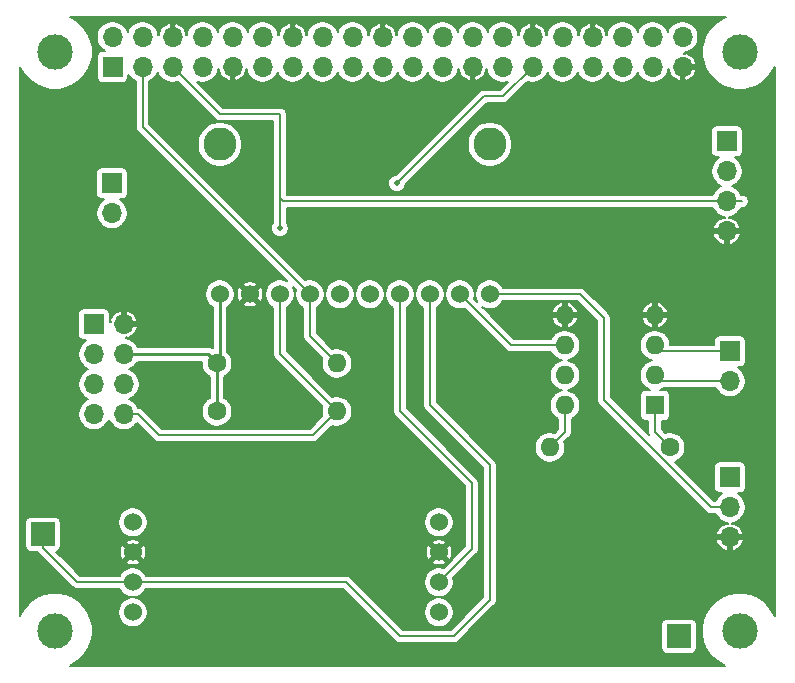
<source format=gtl>
G04 #@! TF.GenerationSoftware,KiCad,Pcbnew,5.1.5+dfsg1-2~bpo10+1*
G04 #@! TF.CreationDate,2020-04-27T23:17:52+02:00*
G04 #@! TF.ProjectId,pressure-rev1,70726573-7375-4726-952d-726576312e6b,rev?*
G04 #@! TF.SameCoordinates,Original*
G04 #@! TF.FileFunction,Copper,L1,Top*
G04 #@! TF.FilePolarity,Positive*
%FSLAX46Y46*%
G04 Gerber Fmt 4.6, Leading zero omitted, Abs format (unit mm)*
G04 Created by KiCad (PCBNEW 5.1.5+dfsg1-2~bpo10+1) date 2020-04-27 23:17:52*
%MOMM*%
%LPD*%
G04 APERTURE LIST*
%ADD10C,1.524000*%
%ADD11C,2.794000*%
%ADD12R,1.700000X1.700000*%
%ADD13O,1.700000X1.700000*%
%ADD14C,3.000000*%
%ADD15R,2.000000X2.000000*%
%ADD16C,1.600000*%
%ADD17O,1.600000X1.600000*%
%ADD18R,1.600000X1.600000*%
%ADD19C,0.482600*%
%ADD20C,0.150000*%
%ADD21C,0.254000*%
%ADD22C,0.200000*%
G04 APERTURE END LIST*
D10*
X96012000Y-84836000D03*
X98552000Y-84836000D03*
X101092000Y-84836000D03*
X103632000Y-84836000D03*
X106172000Y-84836000D03*
X108712000Y-84836000D03*
X111252000Y-84836000D03*
X113792000Y-84836000D03*
X116332000Y-84836000D03*
X118872000Y-84836000D03*
D11*
X96012000Y-72136000D03*
X118872000Y-72136000D03*
D12*
X86920000Y-65590000D03*
D13*
X86920000Y-63050000D03*
X89460000Y-65590000D03*
X89460000Y-63050000D03*
X92000000Y-65590000D03*
X92000000Y-63050000D03*
X94540000Y-65590000D03*
X94540000Y-63050000D03*
X97080000Y-65590000D03*
X97080000Y-63050000D03*
X99620000Y-65590000D03*
X99620000Y-63050000D03*
X102160000Y-65590000D03*
X102160000Y-63050000D03*
X104700000Y-65590000D03*
X104700000Y-63050000D03*
X107240000Y-65590000D03*
X107240000Y-63050000D03*
X109780000Y-65590000D03*
X109780000Y-63050000D03*
X112320000Y-65590000D03*
X112320000Y-63050000D03*
X114860000Y-65590000D03*
X114860000Y-63050000D03*
X117400000Y-65590000D03*
X117400000Y-63050000D03*
X119940000Y-65590000D03*
X119940000Y-63050000D03*
X122480000Y-65590000D03*
X122480000Y-63050000D03*
X125020000Y-65590000D03*
X125020000Y-63050000D03*
X127560000Y-65590000D03*
X127560000Y-63050000D03*
X130100000Y-65590000D03*
X130100000Y-63050000D03*
X132640000Y-65590000D03*
X132640000Y-63050000D03*
X135180000Y-65590000D03*
X135180000Y-63050000D03*
D14*
X82040000Y-64310000D03*
X140040000Y-64330000D03*
X82040000Y-113320000D03*
X140030000Y-113310000D03*
D12*
X86868000Y-75438000D03*
D13*
X86868000Y-77978000D03*
D12*
X85344000Y-87376000D03*
D13*
X87884000Y-87376000D03*
X85344000Y-89916000D03*
X87884000Y-89916000D03*
X85344000Y-92456000D03*
X87884000Y-92456000D03*
X85344000Y-94996000D03*
X87884000Y-94996000D03*
D12*
X139192000Y-89662000D03*
D13*
X139192000Y-92202000D03*
D10*
X88646000Y-104140000D03*
X88646000Y-106680000D03*
X88646000Y-109220000D03*
X88646000Y-111760000D03*
X114554000Y-111760000D03*
X114554000Y-109220000D03*
X114554000Y-106680000D03*
X114554000Y-104140000D03*
D15*
X81026000Y-105156000D03*
X134874000Y-113792000D03*
D12*
X138938000Y-71882000D03*
D13*
X138938000Y-74422000D03*
X138938000Y-76962000D03*
X138938000Y-79502000D03*
D16*
X95758000Y-90678000D03*
D17*
X105918000Y-90678000D03*
X105918000Y-94742000D03*
D16*
X95758000Y-94742000D03*
X134112000Y-97790000D03*
D17*
X123952000Y-97790000D03*
D18*
X132842000Y-94234000D03*
D17*
X125222000Y-86614000D03*
X132842000Y-91694000D03*
X125222000Y-89154000D03*
X132842000Y-89154000D03*
X125222000Y-91694000D03*
X132842000Y-86614000D03*
X125222000Y-94234000D03*
D12*
X139192000Y-100330000D03*
D13*
X139192000Y-102870000D03*
X139192000Y-105410000D03*
D19*
X110998000Y-75438000D03*
X101092000Y-79248000D03*
D20*
X122480000Y-65590000D02*
X119998000Y-68072000D01*
X118364000Y-68072000D02*
X110998000Y-75438000D01*
X119998000Y-68072000D02*
X118364000Y-68072000D01*
D21*
X96012000Y-90424000D02*
X95758000Y-90678000D01*
X96012000Y-84836000D02*
X96012000Y-90424000D01*
X95758000Y-94742000D02*
X95758000Y-90678000D01*
X94996000Y-89916000D02*
X95758000Y-90678000D01*
X87884000Y-89916000D02*
X94996000Y-89916000D01*
D20*
X103632000Y-88392000D02*
X105918000Y-90678000D01*
X103632000Y-84836000D02*
X103632000Y-88392000D01*
X89460000Y-70664000D02*
X103632000Y-84836000D01*
X89460000Y-65590000D02*
X89460000Y-70664000D01*
X101092000Y-89916000D02*
X105918000Y-94742000D01*
X101092000Y-84836000D02*
X101092000Y-89916000D01*
X89086081Y-94996000D02*
X90864081Y-96774000D01*
X87884000Y-94996000D02*
X89086081Y-94996000D01*
X103886000Y-96774000D02*
X105918000Y-94742000D01*
X90864081Y-96774000D02*
X103886000Y-96774000D01*
X138938000Y-76962000D02*
X140208000Y-76962000D01*
X92000000Y-65590000D02*
X96006000Y-69596000D01*
X96006000Y-69596000D02*
X101092000Y-69596000D01*
X138938000Y-76962000D02*
X101346000Y-76962000D01*
X101346000Y-76962000D02*
X101092000Y-76708000D01*
X101092000Y-76708000D02*
X101092000Y-69596000D01*
X101092000Y-76708000D02*
X101092000Y-79248000D01*
X139192000Y-89662000D02*
X134874000Y-89662000D01*
X133350000Y-89662000D02*
X132842000Y-89154000D01*
X139192000Y-89662000D02*
X133350000Y-89662000D01*
X139192000Y-92202000D02*
X134874000Y-92202000D01*
X133350000Y-92202000D02*
X132842000Y-91694000D01*
X139192000Y-92202000D02*
X133350000Y-92202000D01*
X81026000Y-106306000D02*
X81026000Y-105156000D01*
X83940000Y-109220000D02*
X81026000Y-106306000D01*
X88646000Y-109220000D02*
X83940000Y-109220000D01*
X88646000Y-109220000D02*
X106680000Y-109220000D01*
X106680000Y-109220000D02*
X111252000Y-113792000D01*
X111252000Y-113792000D02*
X115824000Y-113792000D01*
X115824000Y-113792000D02*
X118872000Y-110744000D01*
X118872000Y-110744000D02*
X118872000Y-99314000D01*
X113792000Y-94234000D02*
X113792000Y-84836000D01*
X118872000Y-99314000D02*
X113792000Y-94234000D01*
X111252000Y-84836000D02*
X111252000Y-94742000D01*
X111252000Y-94742000D02*
X117348000Y-100838000D01*
X117348000Y-106426000D02*
X114554000Y-109220000D01*
X117348000Y-100838000D02*
X117348000Y-106426000D01*
X132842000Y-96520000D02*
X134112000Y-97790000D01*
X132842000Y-94234000D02*
X132842000Y-96520000D01*
X125222000Y-95365370D02*
X125222000Y-94234000D01*
X125222000Y-96520000D02*
X125222000Y-95365370D01*
X123952000Y-97790000D02*
X125222000Y-96520000D01*
X120650000Y-89154000D02*
X125222000Y-89154000D01*
X116332000Y-84836000D02*
X120650000Y-89154000D01*
X119949630Y-84836000D02*
X118872000Y-84836000D01*
X126492000Y-84836000D02*
X119949630Y-84836000D01*
X128524000Y-86868000D02*
X126492000Y-84836000D01*
X128524000Y-93793002D02*
X128524000Y-86868000D01*
X139192000Y-102870000D02*
X137600998Y-102870000D01*
X137600998Y-102870000D02*
X128524000Y-93793002D01*
D22*
G36*
X138524232Y-61494197D02*
G01*
X138000119Y-61844398D01*
X137554398Y-62290119D01*
X137204197Y-62814232D01*
X136962975Y-63396595D01*
X136840000Y-64014828D01*
X136840000Y-64645172D01*
X136962975Y-65263405D01*
X137204197Y-65845768D01*
X137554398Y-66369881D01*
X138000119Y-66815602D01*
X138524232Y-67165803D01*
X139106595Y-67407025D01*
X139724828Y-67530000D01*
X140355172Y-67530000D01*
X140973405Y-67407025D01*
X141555768Y-67165803D01*
X142079881Y-66815602D01*
X142525602Y-66369881D01*
X142875803Y-65845768D01*
X142996357Y-65554725D01*
X142996351Y-112109404D01*
X142865803Y-111794232D01*
X142515602Y-111270119D01*
X142069881Y-110824398D01*
X141545768Y-110474197D01*
X140963405Y-110232975D01*
X140345172Y-110110000D01*
X139714828Y-110110000D01*
X139096595Y-110232975D01*
X138514232Y-110474197D01*
X137990119Y-110824398D01*
X137544398Y-111270119D01*
X137194197Y-111794232D01*
X136952975Y-112376595D01*
X136830000Y-112994828D01*
X136830000Y-113625172D01*
X136952975Y-114243405D01*
X137194197Y-114825768D01*
X137544398Y-115349881D01*
X137990119Y-115795602D01*
X138514232Y-116145803D01*
X138808303Y-116267611D01*
X83285839Y-116267611D01*
X83555768Y-116155803D01*
X84079881Y-115805602D01*
X84525602Y-115359881D01*
X84875803Y-114835768D01*
X85117025Y-114253405D01*
X85240000Y-113635172D01*
X85240000Y-113004828D01*
X85117025Y-112386595D01*
X84875803Y-111804232D01*
X84763197Y-111635704D01*
X87384000Y-111635704D01*
X87384000Y-111884296D01*
X87432498Y-112128112D01*
X87527630Y-112357781D01*
X87665741Y-112564478D01*
X87841522Y-112740259D01*
X88048219Y-112878370D01*
X88277888Y-112973502D01*
X88521704Y-113022000D01*
X88770296Y-113022000D01*
X89014112Y-112973502D01*
X89243781Y-112878370D01*
X89450478Y-112740259D01*
X89626259Y-112564478D01*
X89764370Y-112357781D01*
X89859502Y-112128112D01*
X89908000Y-111884296D01*
X89908000Y-111635704D01*
X89859502Y-111391888D01*
X89764370Y-111162219D01*
X89626259Y-110955522D01*
X89450478Y-110779741D01*
X89243781Y-110641630D01*
X89014112Y-110546498D01*
X88770296Y-110498000D01*
X88521704Y-110498000D01*
X88277888Y-110546498D01*
X88048219Y-110641630D01*
X87841522Y-110779741D01*
X87665741Y-110955522D01*
X87527630Y-111162219D01*
X87432498Y-111391888D01*
X87384000Y-111635704D01*
X84763197Y-111635704D01*
X84525602Y-111280119D01*
X84079881Y-110834398D01*
X83555768Y-110484197D01*
X82973405Y-110242975D01*
X82355172Y-110120000D01*
X81724828Y-110120000D01*
X81106595Y-110242975D01*
X80524232Y-110484197D01*
X80000119Y-110834398D01*
X79554398Y-111280119D01*
X79204197Y-111804232D01*
X79096356Y-112064584D01*
X79096356Y-104156000D01*
X79523581Y-104156000D01*
X79523581Y-106156000D01*
X79533235Y-106254017D01*
X79561825Y-106348267D01*
X79608254Y-106435129D01*
X79670736Y-106511264D01*
X79746871Y-106573746D01*
X79833733Y-106620175D01*
X79927983Y-106648765D01*
X80026000Y-106658419D01*
X80571379Y-106658419D01*
X80617446Y-106714554D01*
X80639393Y-106732565D01*
X83513439Y-109606612D01*
X83531446Y-109628554D01*
X83553386Y-109646559D01*
X83619001Y-109700408D01*
X83718892Y-109753801D01*
X83827280Y-109786680D01*
X83911754Y-109795000D01*
X83911756Y-109795000D01*
X83939999Y-109797782D01*
X83968242Y-109795000D01*
X87518194Y-109795000D01*
X87527630Y-109817781D01*
X87665741Y-110024478D01*
X87841522Y-110200259D01*
X88048219Y-110338370D01*
X88277888Y-110433502D01*
X88521704Y-110482000D01*
X88770296Y-110482000D01*
X89014112Y-110433502D01*
X89243781Y-110338370D01*
X89450478Y-110200259D01*
X89626259Y-110024478D01*
X89764370Y-109817781D01*
X89773806Y-109795000D01*
X106441828Y-109795000D01*
X110825439Y-114178612D01*
X110843446Y-114200554D01*
X110865386Y-114218559D01*
X110931001Y-114272408D01*
X110965796Y-114291006D01*
X111030892Y-114325801D01*
X111139280Y-114358680D01*
X111223754Y-114367000D01*
X111223756Y-114367000D01*
X111251999Y-114369782D01*
X111280242Y-114367000D01*
X115795757Y-114367000D01*
X115824000Y-114369782D01*
X115852243Y-114367000D01*
X115852246Y-114367000D01*
X115936720Y-114358680D01*
X116045108Y-114325801D01*
X116144998Y-114272408D01*
X116232554Y-114200554D01*
X116250565Y-114178607D01*
X117637172Y-112792000D01*
X133371581Y-112792000D01*
X133371581Y-114792000D01*
X133381235Y-114890017D01*
X133409825Y-114984267D01*
X133456254Y-115071129D01*
X133518736Y-115147264D01*
X133594871Y-115209746D01*
X133681733Y-115256175D01*
X133775983Y-115284765D01*
X133874000Y-115294419D01*
X135874000Y-115294419D01*
X135972017Y-115284765D01*
X136066267Y-115256175D01*
X136153129Y-115209746D01*
X136229264Y-115147264D01*
X136291746Y-115071129D01*
X136338175Y-114984267D01*
X136366765Y-114890017D01*
X136376419Y-114792000D01*
X136376419Y-112792000D01*
X136366765Y-112693983D01*
X136338175Y-112599733D01*
X136291746Y-112512871D01*
X136229264Y-112436736D01*
X136153129Y-112374254D01*
X136066267Y-112327825D01*
X135972017Y-112299235D01*
X135874000Y-112289581D01*
X133874000Y-112289581D01*
X133775983Y-112299235D01*
X133681733Y-112327825D01*
X133594871Y-112374254D01*
X133518736Y-112436736D01*
X133456254Y-112512871D01*
X133409825Y-112599733D01*
X133381235Y-112693983D01*
X133371581Y-112792000D01*
X117637172Y-112792000D01*
X119258613Y-111170560D01*
X119280554Y-111152554D01*
X119314782Y-111110847D01*
X119352408Y-111064999D01*
X119405801Y-110965108D01*
X119408709Y-110955522D01*
X119438680Y-110856720D01*
X119447000Y-110772246D01*
X119447000Y-110772243D01*
X119449782Y-110744000D01*
X119447000Y-110715757D01*
X119447000Y-105748273D01*
X138040666Y-105748273D01*
X138046760Y-105768386D01*
X138138683Y-105984925D01*
X138271084Y-106179370D01*
X138438876Y-106344249D01*
X138635610Y-106473225D01*
X138853726Y-106561342D01*
X139038000Y-106512585D01*
X139038000Y-105564000D01*
X139346000Y-105564000D01*
X139346000Y-106512585D01*
X139530274Y-106561342D01*
X139748390Y-106473225D01*
X139945124Y-106344249D01*
X140112916Y-106179370D01*
X140245317Y-105984925D01*
X140337240Y-105768386D01*
X140343334Y-105748273D01*
X140293790Y-105564000D01*
X139346000Y-105564000D01*
X139038000Y-105564000D01*
X138090210Y-105564000D01*
X138040666Y-105748273D01*
X119447000Y-105748273D01*
X119447000Y-99342243D01*
X119449782Y-99314000D01*
X119447000Y-99285754D01*
X119438680Y-99201280D01*
X119405801Y-99092892D01*
X119404255Y-99090000D01*
X119352408Y-98993001D01*
X119298559Y-98927386D01*
X119280554Y-98905446D01*
X119258612Y-98887439D01*
X114367000Y-93995828D01*
X114367000Y-85963806D01*
X114389781Y-85954370D01*
X114596478Y-85816259D01*
X114772259Y-85640478D01*
X114910370Y-85433781D01*
X115005502Y-85204112D01*
X115054000Y-84960296D01*
X115054000Y-84711704D01*
X115070000Y-84711704D01*
X115070000Y-84960296D01*
X115118498Y-85204112D01*
X115213630Y-85433781D01*
X115351741Y-85640478D01*
X115527522Y-85816259D01*
X115734219Y-85954370D01*
X115963888Y-86049502D01*
X116207704Y-86098000D01*
X116456296Y-86098000D01*
X116700112Y-86049502D01*
X116722893Y-86040066D01*
X120223439Y-89540612D01*
X120241446Y-89562554D01*
X120263386Y-89580559D01*
X120329001Y-89634408D01*
X120428892Y-89687801D01*
X120537280Y-89720680D01*
X120621754Y-89729000D01*
X120621756Y-89729000D01*
X120649999Y-89731782D01*
X120678242Y-89729000D01*
X124053063Y-89729000D01*
X124069955Y-89769781D01*
X124212224Y-89982702D01*
X124393298Y-90163776D01*
X124606219Y-90306045D01*
X124842804Y-90404042D01*
X124943140Y-90424000D01*
X124842804Y-90443958D01*
X124606219Y-90541955D01*
X124393298Y-90684224D01*
X124212224Y-90865298D01*
X124069955Y-91078219D01*
X123971958Y-91314804D01*
X123922000Y-91565961D01*
X123922000Y-91822039D01*
X123971958Y-92073196D01*
X124069955Y-92309781D01*
X124212224Y-92522702D01*
X124393298Y-92703776D01*
X124606219Y-92846045D01*
X124842804Y-92944042D01*
X124943140Y-92964000D01*
X124842804Y-92983958D01*
X124606219Y-93081955D01*
X124393298Y-93224224D01*
X124212224Y-93405298D01*
X124069955Y-93618219D01*
X123971958Y-93854804D01*
X123922000Y-94105961D01*
X123922000Y-94362039D01*
X123971958Y-94613196D01*
X124069955Y-94849781D01*
X124212224Y-95062702D01*
X124393298Y-95243776D01*
X124606219Y-95386045D01*
X124647001Y-95402937D01*
X124647000Y-96281827D01*
X124371977Y-96556850D01*
X124331196Y-96539958D01*
X124080039Y-96490000D01*
X123823961Y-96490000D01*
X123572804Y-96539958D01*
X123336219Y-96637955D01*
X123123298Y-96780224D01*
X122942224Y-96961298D01*
X122799955Y-97174219D01*
X122701958Y-97410804D01*
X122652000Y-97661961D01*
X122652000Y-97918039D01*
X122701958Y-98169196D01*
X122799955Y-98405781D01*
X122942224Y-98618702D01*
X123123298Y-98799776D01*
X123336219Y-98942045D01*
X123572804Y-99040042D01*
X123823961Y-99090000D01*
X124080039Y-99090000D01*
X124331196Y-99040042D01*
X124567781Y-98942045D01*
X124780702Y-98799776D01*
X124961776Y-98618702D01*
X125104045Y-98405781D01*
X125202042Y-98169196D01*
X125252000Y-97918039D01*
X125252000Y-97661961D01*
X125202042Y-97410804D01*
X125185150Y-97370023D01*
X125608613Y-96946560D01*
X125630554Y-96928554D01*
X125664886Y-96886719D01*
X125702408Y-96840999D01*
X125755801Y-96741108D01*
X125780016Y-96661280D01*
X125788680Y-96632720D01*
X125797000Y-96548246D01*
X125797000Y-96548244D01*
X125799782Y-96520001D01*
X125797000Y-96491758D01*
X125797000Y-95402937D01*
X125837781Y-95386045D01*
X126050702Y-95243776D01*
X126231776Y-95062702D01*
X126374045Y-94849781D01*
X126472042Y-94613196D01*
X126522000Y-94362039D01*
X126522000Y-94105961D01*
X126472042Y-93854804D01*
X126374045Y-93618219D01*
X126231776Y-93405298D01*
X126050702Y-93224224D01*
X125837781Y-93081955D01*
X125601196Y-92983958D01*
X125500860Y-92964000D01*
X125601196Y-92944042D01*
X125837781Y-92846045D01*
X126050702Y-92703776D01*
X126231776Y-92522702D01*
X126374045Y-92309781D01*
X126472042Y-92073196D01*
X126522000Y-91822039D01*
X126522000Y-91565961D01*
X126472042Y-91314804D01*
X126374045Y-91078219D01*
X126231776Y-90865298D01*
X126050702Y-90684224D01*
X125837781Y-90541955D01*
X125601196Y-90443958D01*
X125500860Y-90424000D01*
X125601196Y-90404042D01*
X125837781Y-90306045D01*
X126050702Y-90163776D01*
X126231776Y-89982702D01*
X126374045Y-89769781D01*
X126472042Y-89533196D01*
X126522000Y-89282039D01*
X126522000Y-89025961D01*
X126472042Y-88774804D01*
X126374045Y-88538219D01*
X126231776Y-88325298D01*
X126050702Y-88144224D01*
X125837781Y-88001955D01*
X125601196Y-87903958D01*
X125350039Y-87854000D01*
X125093961Y-87854000D01*
X124842804Y-87903958D01*
X124606219Y-88001955D01*
X124393298Y-88144224D01*
X124212224Y-88325298D01*
X124069955Y-88538219D01*
X124053063Y-88579000D01*
X120888173Y-88579000D01*
X119253556Y-86944383D01*
X124120480Y-86944383D01*
X124122561Y-86951272D01*
X124209485Y-87159281D01*
X124335319Y-87346336D01*
X124495228Y-87505247D01*
X124683066Y-87629908D01*
X124891615Y-87715528D01*
X125068000Y-87666150D01*
X125068000Y-86768000D01*
X125376000Y-86768000D01*
X125376000Y-87666150D01*
X125552385Y-87715528D01*
X125760934Y-87629908D01*
X125948772Y-87505247D01*
X126108681Y-87346336D01*
X126234515Y-87159281D01*
X126321439Y-86951272D01*
X126323520Y-86944383D01*
X126273280Y-86768000D01*
X125376000Y-86768000D01*
X125068000Y-86768000D01*
X124170720Y-86768000D01*
X124120480Y-86944383D01*
X119253556Y-86944383D01*
X118592790Y-86283617D01*
X124120480Y-86283617D01*
X124170720Y-86460000D01*
X125068000Y-86460000D01*
X125068000Y-85561850D01*
X125376000Y-85561850D01*
X125376000Y-86460000D01*
X126273280Y-86460000D01*
X126323520Y-86283617D01*
X126321439Y-86276728D01*
X126234515Y-86068719D01*
X126108681Y-85881664D01*
X125948772Y-85722753D01*
X125760934Y-85598092D01*
X125552385Y-85512472D01*
X125376000Y-85561850D01*
X125068000Y-85561850D01*
X124891615Y-85512472D01*
X124683066Y-85598092D01*
X124495228Y-85722753D01*
X124335319Y-85881664D01*
X124209485Y-86068719D01*
X124122561Y-86276728D01*
X124120480Y-86283617D01*
X118592790Y-86283617D01*
X118242043Y-85932871D01*
X118274219Y-85954370D01*
X118503888Y-86049502D01*
X118747704Y-86098000D01*
X118996296Y-86098000D01*
X119240112Y-86049502D01*
X119469781Y-85954370D01*
X119676478Y-85816259D01*
X119852259Y-85640478D01*
X119990370Y-85433781D01*
X119999806Y-85411000D01*
X126253828Y-85411000D01*
X127949001Y-87106174D01*
X127949000Y-93764759D01*
X127946218Y-93793002D01*
X127949000Y-93821245D01*
X127949000Y-93821247D01*
X127957320Y-93905721D01*
X127989830Y-94012892D01*
X127990199Y-94014109D01*
X128043592Y-94114000D01*
X128053620Y-94126219D01*
X128115446Y-94201556D01*
X128137394Y-94219568D01*
X137174437Y-103256612D01*
X137192444Y-103278554D01*
X137280000Y-103350408D01*
X137379890Y-103403801D01*
X137488278Y-103436680D01*
X137572752Y-103445000D01*
X137572755Y-103445000D01*
X137600998Y-103447782D01*
X137629241Y-103445000D01*
X137968944Y-103445000D01*
X137995646Y-103509465D01*
X138143387Y-103730575D01*
X138331425Y-103918613D01*
X138552535Y-104066354D01*
X138798220Y-104168120D01*
X139037998Y-104215815D01*
X139037998Y-104307414D01*
X138853726Y-104258658D01*
X138635610Y-104346775D01*
X138438876Y-104475751D01*
X138271084Y-104640630D01*
X138138683Y-104835075D01*
X138046760Y-105051614D01*
X138040666Y-105071727D01*
X138090210Y-105256000D01*
X139038000Y-105256000D01*
X139038000Y-105236000D01*
X139346000Y-105236000D01*
X139346000Y-105256000D01*
X140293790Y-105256000D01*
X140343334Y-105071727D01*
X140337240Y-105051614D01*
X140245317Y-104835075D01*
X140112916Y-104640630D01*
X139945124Y-104475751D01*
X139748390Y-104346775D01*
X139530274Y-104258658D01*
X139346002Y-104307414D01*
X139346002Y-104215815D01*
X139585780Y-104168120D01*
X139831465Y-104066354D01*
X140052575Y-103918613D01*
X140240613Y-103730575D01*
X140388354Y-103509465D01*
X140490120Y-103263780D01*
X140542000Y-103002963D01*
X140542000Y-102737037D01*
X140490120Y-102476220D01*
X140388354Y-102230535D01*
X140240613Y-102009425D01*
X140052575Y-101821387D01*
X139844595Y-101682419D01*
X140042000Y-101682419D01*
X140140017Y-101672765D01*
X140234267Y-101644175D01*
X140321129Y-101597746D01*
X140397264Y-101535264D01*
X140459746Y-101459129D01*
X140506175Y-101372267D01*
X140534765Y-101278017D01*
X140544419Y-101180000D01*
X140544419Y-99480000D01*
X140534765Y-99381983D01*
X140506175Y-99287733D01*
X140459746Y-99200871D01*
X140397264Y-99124736D01*
X140321129Y-99062254D01*
X140234267Y-99015825D01*
X140140017Y-98987235D01*
X140042000Y-98977581D01*
X138342000Y-98977581D01*
X138243983Y-98987235D01*
X138149733Y-99015825D01*
X138062871Y-99062254D01*
X137986736Y-99124736D01*
X137924254Y-99200871D01*
X137877825Y-99287733D01*
X137849235Y-99381983D01*
X137839581Y-99480000D01*
X137839581Y-101180000D01*
X137849235Y-101278017D01*
X137877825Y-101372267D01*
X137924254Y-101459129D01*
X137986736Y-101535264D01*
X138062871Y-101597746D01*
X138149733Y-101644175D01*
X138243983Y-101672765D01*
X138342000Y-101682419D01*
X138539405Y-101682419D01*
X138331425Y-101821387D01*
X138143387Y-102009425D01*
X137995646Y-102230535D01*
X137968944Y-102295000D01*
X137839171Y-102295000D01*
X134556969Y-99012798D01*
X134727781Y-98942045D01*
X134940702Y-98799776D01*
X135121776Y-98618702D01*
X135264045Y-98405781D01*
X135362042Y-98169196D01*
X135412000Y-97918039D01*
X135412000Y-97661961D01*
X135362042Y-97410804D01*
X135264045Y-97174219D01*
X135121776Y-96961298D01*
X134940702Y-96780224D01*
X134727781Y-96637955D01*
X134491196Y-96539958D01*
X134240039Y-96490000D01*
X133983961Y-96490000D01*
X133732804Y-96539958D01*
X133692023Y-96556850D01*
X133417000Y-96281828D01*
X133417000Y-95536419D01*
X133642000Y-95536419D01*
X133740017Y-95526765D01*
X133834267Y-95498175D01*
X133921129Y-95451746D01*
X133997264Y-95389264D01*
X134059746Y-95313129D01*
X134106175Y-95226267D01*
X134134765Y-95132017D01*
X134144419Y-95034000D01*
X134144419Y-93434000D01*
X134134765Y-93335983D01*
X134106175Y-93241733D01*
X134059746Y-93154871D01*
X133997264Y-93078736D01*
X133921129Y-93016254D01*
X133834267Y-92969825D01*
X133740017Y-92941235D01*
X133642000Y-92931581D01*
X133251279Y-92931581D01*
X133457781Y-92846045D01*
X133561114Y-92777000D01*
X137968944Y-92777000D01*
X137995646Y-92841465D01*
X138143387Y-93062575D01*
X138331425Y-93250613D01*
X138552535Y-93398354D01*
X138798220Y-93500120D01*
X139059037Y-93552000D01*
X139324963Y-93552000D01*
X139585780Y-93500120D01*
X139831465Y-93398354D01*
X140052575Y-93250613D01*
X140240613Y-93062575D01*
X140388354Y-92841465D01*
X140490120Y-92595780D01*
X140542000Y-92334963D01*
X140542000Y-92069037D01*
X140490120Y-91808220D01*
X140388354Y-91562535D01*
X140240613Y-91341425D01*
X140052575Y-91153387D01*
X139844595Y-91014419D01*
X140042000Y-91014419D01*
X140140017Y-91004765D01*
X140234267Y-90976175D01*
X140321129Y-90929746D01*
X140397264Y-90867264D01*
X140459746Y-90791129D01*
X140506175Y-90704267D01*
X140534765Y-90610017D01*
X140544419Y-90512000D01*
X140544419Y-88812000D01*
X140534765Y-88713983D01*
X140506175Y-88619733D01*
X140459746Y-88532871D01*
X140397264Y-88456736D01*
X140321129Y-88394254D01*
X140234267Y-88347825D01*
X140140017Y-88319235D01*
X140042000Y-88309581D01*
X138342000Y-88309581D01*
X138243983Y-88319235D01*
X138149733Y-88347825D01*
X138062871Y-88394254D01*
X137986736Y-88456736D01*
X137924254Y-88532871D01*
X137877825Y-88619733D01*
X137849235Y-88713983D01*
X137839581Y-88812000D01*
X137839581Y-89087000D01*
X134142000Y-89087000D01*
X134142000Y-89025961D01*
X134092042Y-88774804D01*
X133994045Y-88538219D01*
X133851776Y-88325298D01*
X133670702Y-88144224D01*
X133457781Y-88001955D01*
X133221196Y-87903958D01*
X132970039Y-87854000D01*
X132713961Y-87854000D01*
X132462804Y-87903958D01*
X132226219Y-88001955D01*
X132013298Y-88144224D01*
X131832224Y-88325298D01*
X131689955Y-88538219D01*
X131591958Y-88774804D01*
X131542000Y-89025961D01*
X131542000Y-89282039D01*
X131591958Y-89533196D01*
X131689955Y-89769781D01*
X131832224Y-89982702D01*
X132013298Y-90163776D01*
X132226219Y-90306045D01*
X132462804Y-90404042D01*
X132563140Y-90424000D01*
X132462804Y-90443958D01*
X132226219Y-90541955D01*
X132013298Y-90684224D01*
X131832224Y-90865298D01*
X131689955Y-91078219D01*
X131591958Y-91314804D01*
X131542000Y-91565961D01*
X131542000Y-91822039D01*
X131591958Y-92073196D01*
X131689955Y-92309781D01*
X131832224Y-92522702D01*
X132013298Y-92703776D01*
X132226219Y-92846045D01*
X132432721Y-92931581D01*
X132042000Y-92931581D01*
X131943983Y-92941235D01*
X131849733Y-92969825D01*
X131762871Y-93016254D01*
X131686736Y-93078736D01*
X131624254Y-93154871D01*
X131577825Y-93241733D01*
X131549235Y-93335983D01*
X131539581Y-93434000D01*
X131539581Y-95034000D01*
X131549235Y-95132017D01*
X131577825Y-95226267D01*
X131624254Y-95313129D01*
X131686736Y-95389264D01*
X131762871Y-95451746D01*
X131849733Y-95498175D01*
X131943983Y-95526765D01*
X132042000Y-95536419D01*
X132267001Y-95536419D01*
X132267001Y-96491747D01*
X132264218Y-96520000D01*
X132274325Y-96622607D01*
X132275321Y-96632720D01*
X132276909Y-96637955D01*
X132308199Y-96741107D01*
X132334520Y-96790349D01*
X129099000Y-93554830D01*
X129099000Y-86944383D01*
X131740480Y-86944383D01*
X131742561Y-86951272D01*
X131829485Y-87159281D01*
X131955319Y-87346336D01*
X132115228Y-87505247D01*
X132303066Y-87629908D01*
X132511615Y-87715528D01*
X132688000Y-87666150D01*
X132688000Y-86768000D01*
X132996000Y-86768000D01*
X132996000Y-87666150D01*
X133172385Y-87715528D01*
X133380934Y-87629908D01*
X133568772Y-87505247D01*
X133728681Y-87346336D01*
X133854515Y-87159281D01*
X133941439Y-86951272D01*
X133943520Y-86944383D01*
X133893280Y-86768000D01*
X132996000Y-86768000D01*
X132688000Y-86768000D01*
X131790720Y-86768000D01*
X131740480Y-86944383D01*
X129099000Y-86944383D01*
X129099000Y-86896243D01*
X129101782Y-86868000D01*
X129095190Y-86801075D01*
X129090680Y-86755280D01*
X129057801Y-86646892D01*
X129036280Y-86606630D01*
X129004408Y-86547001D01*
X128950559Y-86481386D01*
X128932554Y-86459446D01*
X128910612Y-86441439D01*
X128752790Y-86283617D01*
X131740480Y-86283617D01*
X131790720Y-86460000D01*
X132688000Y-86460000D01*
X132688000Y-85561850D01*
X132996000Y-85561850D01*
X132996000Y-86460000D01*
X133893280Y-86460000D01*
X133943520Y-86283617D01*
X133941439Y-86276728D01*
X133854515Y-86068719D01*
X133728681Y-85881664D01*
X133568772Y-85722753D01*
X133380934Y-85598092D01*
X133172385Y-85512472D01*
X132996000Y-85561850D01*
X132688000Y-85561850D01*
X132511615Y-85512472D01*
X132303066Y-85598092D01*
X132115228Y-85722753D01*
X131955319Y-85881664D01*
X131829485Y-86068719D01*
X131742561Y-86276728D01*
X131740480Y-86283617D01*
X128752790Y-86283617D01*
X126918565Y-84449393D01*
X126900554Y-84427446D01*
X126812998Y-84355592D01*
X126713108Y-84302199D01*
X126604720Y-84269320D01*
X126520246Y-84261000D01*
X126520243Y-84261000D01*
X126492000Y-84258218D01*
X126463757Y-84261000D01*
X119999806Y-84261000D01*
X119990370Y-84238219D01*
X119852259Y-84031522D01*
X119676478Y-83855741D01*
X119469781Y-83717630D01*
X119240112Y-83622498D01*
X118996296Y-83574000D01*
X118747704Y-83574000D01*
X118503888Y-83622498D01*
X118274219Y-83717630D01*
X118067522Y-83855741D01*
X117891741Y-84031522D01*
X117753630Y-84238219D01*
X117658498Y-84467888D01*
X117610000Y-84711704D01*
X117610000Y-84960296D01*
X117658498Y-85204112D01*
X117753630Y-85433781D01*
X117775130Y-85465957D01*
X117536066Y-85226893D01*
X117545502Y-85204112D01*
X117594000Y-84960296D01*
X117594000Y-84711704D01*
X117545502Y-84467888D01*
X117450370Y-84238219D01*
X117312259Y-84031522D01*
X117136478Y-83855741D01*
X116929781Y-83717630D01*
X116700112Y-83622498D01*
X116456296Y-83574000D01*
X116207704Y-83574000D01*
X115963888Y-83622498D01*
X115734219Y-83717630D01*
X115527522Y-83855741D01*
X115351741Y-84031522D01*
X115213630Y-84238219D01*
X115118498Y-84467888D01*
X115070000Y-84711704D01*
X115054000Y-84711704D01*
X115005502Y-84467888D01*
X114910370Y-84238219D01*
X114772259Y-84031522D01*
X114596478Y-83855741D01*
X114389781Y-83717630D01*
X114160112Y-83622498D01*
X113916296Y-83574000D01*
X113667704Y-83574000D01*
X113423888Y-83622498D01*
X113194219Y-83717630D01*
X112987522Y-83855741D01*
X112811741Y-84031522D01*
X112673630Y-84238219D01*
X112578498Y-84467888D01*
X112530000Y-84711704D01*
X112530000Y-84960296D01*
X112578498Y-85204112D01*
X112673630Y-85433781D01*
X112811741Y-85640478D01*
X112987522Y-85816259D01*
X113194219Y-85954370D01*
X113217001Y-85963807D01*
X113217000Y-94205754D01*
X113214218Y-94234000D01*
X113217000Y-94262243D01*
X113217000Y-94262245D01*
X113225320Y-94346719D01*
X113250377Y-94429320D01*
X113258199Y-94455107D01*
X113311592Y-94554998D01*
X113336287Y-94585089D01*
X113383446Y-94642554D01*
X113405394Y-94660566D01*
X118297001Y-99552174D01*
X118297000Y-110505827D01*
X115585828Y-113217000D01*
X111490173Y-113217000D01*
X109908877Y-111635704D01*
X113292000Y-111635704D01*
X113292000Y-111884296D01*
X113340498Y-112128112D01*
X113435630Y-112357781D01*
X113573741Y-112564478D01*
X113749522Y-112740259D01*
X113956219Y-112878370D01*
X114185888Y-112973502D01*
X114429704Y-113022000D01*
X114678296Y-113022000D01*
X114922112Y-112973502D01*
X115151781Y-112878370D01*
X115358478Y-112740259D01*
X115534259Y-112564478D01*
X115672370Y-112357781D01*
X115767502Y-112128112D01*
X115816000Y-111884296D01*
X115816000Y-111635704D01*
X115767502Y-111391888D01*
X115672370Y-111162219D01*
X115534259Y-110955522D01*
X115358478Y-110779741D01*
X115151781Y-110641630D01*
X114922112Y-110546498D01*
X114678296Y-110498000D01*
X114429704Y-110498000D01*
X114185888Y-110546498D01*
X113956219Y-110641630D01*
X113749522Y-110779741D01*
X113573741Y-110955522D01*
X113435630Y-111162219D01*
X113340498Y-111391888D01*
X113292000Y-111635704D01*
X109908877Y-111635704D01*
X107106566Y-108833394D01*
X107088554Y-108811446D01*
X107000998Y-108739592D01*
X106901108Y-108686199D01*
X106792720Y-108653320D01*
X106708246Y-108645000D01*
X106708243Y-108645000D01*
X106680000Y-108642218D01*
X106651757Y-108645000D01*
X89773806Y-108645000D01*
X89764370Y-108622219D01*
X89626259Y-108415522D01*
X89450478Y-108239741D01*
X89243781Y-108101630D01*
X89014112Y-108006498D01*
X88770296Y-107958000D01*
X88521704Y-107958000D01*
X88277888Y-108006498D01*
X88048219Y-108101630D01*
X87841522Y-108239741D01*
X87665741Y-108415522D01*
X87527630Y-108622219D01*
X87518194Y-108645000D01*
X84178173Y-108645000D01*
X83042115Y-107508942D01*
X88034847Y-107508942D01*
X88120077Y-107665872D01*
X88322516Y-107749532D01*
X88537387Y-107792089D01*
X88756432Y-107791910D01*
X88971233Y-107749000D01*
X89171923Y-107665872D01*
X89257153Y-107508942D01*
X113942847Y-107508942D01*
X114028077Y-107665872D01*
X114230516Y-107749532D01*
X114445387Y-107792089D01*
X114664432Y-107791910D01*
X114879233Y-107749000D01*
X115079923Y-107665872D01*
X115165153Y-107508942D01*
X114554000Y-106897789D01*
X113942847Y-107508942D01*
X89257153Y-107508942D01*
X88646000Y-106897789D01*
X88034847Y-107508942D01*
X83042115Y-107508942D01*
X82168457Y-106635285D01*
X82218267Y-106620175D01*
X82305129Y-106573746D01*
X82308003Y-106571387D01*
X87533911Y-106571387D01*
X87534090Y-106790432D01*
X87577000Y-107005233D01*
X87660128Y-107205923D01*
X87817058Y-107291153D01*
X88428211Y-106680000D01*
X88863789Y-106680000D01*
X89474942Y-107291153D01*
X89631872Y-107205923D01*
X89715532Y-107003484D01*
X89758089Y-106788613D01*
X89757912Y-106571387D01*
X113441911Y-106571387D01*
X113442090Y-106790432D01*
X113485000Y-107005233D01*
X113568128Y-107205923D01*
X113725058Y-107291153D01*
X114336211Y-106680000D01*
X114771789Y-106680000D01*
X115382942Y-107291153D01*
X115539872Y-107205923D01*
X115623532Y-107003484D01*
X115666089Y-106788613D01*
X115665910Y-106569568D01*
X115623000Y-106354767D01*
X115539872Y-106154077D01*
X115382942Y-106068847D01*
X114771789Y-106680000D01*
X114336211Y-106680000D01*
X113725058Y-106068847D01*
X113568128Y-106154077D01*
X113484468Y-106356516D01*
X113441911Y-106571387D01*
X89757912Y-106571387D01*
X89757910Y-106569568D01*
X89715000Y-106354767D01*
X89631872Y-106154077D01*
X89474942Y-106068847D01*
X88863789Y-106680000D01*
X88428211Y-106680000D01*
X87817058Y-106068847D01*
X87660128Y-106154077D01*
X87576468Y-106356516D01*
X87533911Y-106571387D01*
X82308003Y-106571387D01*
X82381264Y-106511264D01*
X82443746Y-106435129D01*
X82490175Y-106348267D01*
X82518765Y-106254017D01*
X82528419Y-106156000D01*
X82528419Y-105851058D01*
X88034847Y-105851058D01*
X88646000Y-106462211D01*
X89257153Y-105851058D01*
X113942847Y-105851058D01*
X114554000Y-106462211D01*
X115165153Y-105851058D01*
X115079923Y-105694128D01*
X114877484Y-105610468D01*
X114662613Y-105567911D01*
X114443568Y-105568090D01*
X114228767Y-105611000D01*
X114028077Y-105694128D01*
X113942847Y-105851058D01*
X89257153Y-105851058D01*
X89171923Y-105694128D01*
X88969484Y-105610468D01*
X88754613Y-105567911D01*
X88535568Y-105568090D01*
X88320767Y-105611000D01*
X88120077Y-105694128D01*
X88034847Y-105851058D01*
X82528419Y-105851058D01*
X82528419Y-104156000D01*
X82518765Y-104057983D01*
X82505940Y-104015704D01*
X87384000Y-104015704D01*
X87384000Y-104264296D01*
X87432498Y-104508112D01*
X87527630Y-104737781D01*
X87665741Y-104944478D01*
X87841522Y-105120259D01*
X88048219Y-105258370D01*
X88277888Y-105353502D01*
X88521704Y-105402000D01*
X88770296Y-105402000D01*
X89014112Y-105353502D01*
X89243781Y-105258370D01*
X89450478Y-105120259D01*
X89626259Y-104944478D01*
X89764370Y-104737781D01*
X89859502Y-104508112D01*
X89908000Y-104264296D01*
X89908000Y-104015704D01*
X113292000Y-104015704D01*
X113292000Y-104264296D01*
X113340498Y-104508112D01*
X113435630Y-104737781D01*
X113573741Y-104944478D01*
X113749522Y-105120259D01*
X113956219Y-105258370D01*
X114185888Y-105353502D01*
X114429704Y-105402000D01*
X114678296Y-105402000D01*
X114922112Y-105353502D01*
X115151781Y-105258370D01*
X115358478Y-105120259D01*
X115534259Y-104944478D01*
X115672370Y-104737781D01*
X115767502Y-104508112D01*
X115816000Y-104264296D01*
X115816000Y-104015704D01*
X115767502Y-103771888D01*
X115672370Y-103542219D01*
X115534259Y-103335522D01*
X115358478Y-103159741D01*
X115151781Y-103021630D01*
X114922112Y-102926498D01*
X114678296Y-102878000D01*
X114429704Y-102878000D01*
X114185888Y-102926498D01*
X113956219Y-103021630D01*
X113749522Y-103159741D01*
X113573741Y-103335522D01*
X113435630Y-103542219D01*
X113340498Y-103771888D01*
X113292000Y-104015704D01*
X89908000Y-104015704D01*
X89859502Y-103771888D01*
X89764370Y-103542219D01*
X89626259Y-103335522D01*
X89450478Y-103159741D01*
X89243781Y-103021630D01*
X89014112Y-102926498D01*
X88770296Y-102878000D01*
X88521704Y-102878000D01*
X88277888Y-102926498D01*
X88048219Y-103021630D01*
X87841522Y-103159741D01*
X87665741Y-103335522D01*
X87527630Y-103542219D01*
X87432498Y-103771888D01*
X87384000Y-104015704D01*
X82505940Y-104015704D01*
X82490175Y-103963733D01*
X82443746Y-103876871D01*
X82381264Y-103800736D01*
X82305129Y-103738254D01*
X82218267Y-103691825D01*
X82124017Y-103663235D01*
X82026000Y-103653581D01*
X80026000Y-103653581D01*
X79927983Y-103663235D01*
X79833733Y-103691825D01*
X79746871Y-103738254D01*
X79670736Y-103800736D01*
X79608254Y-103876871D01*
X79561825Y-103963733D01*
X79533235Y-104057983D01*
X79523581Y-104156000D01*
X79096356Y-104156000D01*
X79096356Y-86526000D01*
X83991581Y-86526000D01*
X83991581Y-88226000D01*
X84001235Y-88324017D01*
X84029825Y-88418267D01*
X84076254Y-88505129D01*
X84138736Y-88581264D01*
X84214871Y-88643746D01*
X84301733Y-88690175D01*
X84395983Y-88718765D01*
X84494000Y-88728419D01*
X84691405Y-88728419D01*
X84483425Y-88867387D01*
X84295387Y-89055425D01*
X84147646Y-89276535D01*
X84045880Y-89522220D01*
X83994000Y-89783037D01*
X83994000Y-90048963D01*
X84045880Y-90309780D01*
X84147646Y-90555465D01*
X84295387Y-90776575D01*
X84483425Y-90964613D01*
X84704535Y-91112354D01*
X84882332Y-91186000D01*
X84704535Y-91259646D01*
X84483425Y-91407387D01*
X84295387Y-91595425D01*
X84147646Y-91816535D01*
X84045880Y-92062220D01*
X83994000Y-92323037D01*
X83994000Y-92588963D01*
X84045880Y-92849780D01*
X84147646Y-93095465D01*
X84295387Y-93316575D01*
X84483425Y-93504613D01*
X84704535Y-93652354D01*
X84882332Y-93726000D01*
X84704535Y-93799646D01*
X84483425Y-93947387D01*
X84295387Y-94135425D01*
X84147646Y-94356535D01*
X84045880Y-94602220D01*
X83994000Y-94863037D01*
X83994000Y-95128963D01*
X84045880Y-95389780D01*
X84147646Y-95635465D01*
X84295387Y-95856575D01*
X84483425Y-96044613D01*
X84704535Y-96192354D01*
X84950220Y-96294120D01*
X85211037Y-96346000D01*
X85476963Y-96346000D01*
X85737780Y-96294120D01*
X85983465Y-96192354D01*
X86204575Y-96044613D01*
X86392613Y-95856575D01*
X86540354Y-95635465D01*
X86614000Y-95457668D01*
X86687646Y-95635465D01*
X86835387Y-95856575D01*
X87023425Y-96044613D01*
X87244535Y-96192354D01*
X87490220Y-96294120D01*
X87751037Y-96346000D01*
X88016963Y-96346000D01*
X88277780Y-96294120D01*
X88523465Y-96192354D01*
X88744575Y-96044613D01*
X88932613Y-95856575D01*
X89013071Y-95736162D01*
X90437520Y-97160612D01*
X90455527Y-97182554D01*
X90543083Y-97254408D01*
X90642973Y-97307801D01*
X90751361Y-97340680D01*
X90835835Y-97349000D01*
X90835838Y-97349000D01*
X90864081Y-97351782D01*
X90892324Y-97349000D01*
X103857757Y-97349000D01*
X103886000Y-97351782D01*
X103914243Y-97349000D01*
X103914246Y-97349000D01*
X103998720Y-97340680D01*
X104107108Y-97307801D01*
X104206998Y-97254408D01*
X104294554Y-97182554D01*
X104312565Y-97160607D01*
X105498023Y-95975150D01*
X105538804Y-95992042D01*
X105789961Y-96042000D01*
X106046039Y-96042000D01*
X106297196Y-95992042D01*
X106533781Y-95894045D01*
X106746702Y-95751776D01*
X106927776Y-95570702D01*
X107070045Y-95357781D01*
X107168042Y-95121196D01*
X107218000Y-94870039D01*
X107218000Y-94613961D01*
X107168042Y-94362804D01*
X107070045Y-94126219D01*
X106927776Y-93913298D01*
X106746702Y-93732224D01*
X106533781Y-93589955D01*
X106297196Y-93491958D01*
X106046039Y-93442000D01*
X105789961Y-93442000D01*
X105538804Y-93491958D01*
X105498023Y-93508850D01*
X101667000Y-89677828D01*
X101667000Y-85963806D01*
X101689781Y-85954370D01*
X101896478Y-85816259D01*
X102072259Y-85640478D01*
X102210370Y-85433781D01*
X102305502Y-85204112D01*
X102354000Y-84960296D01*
X102354000Y-84711704D01*
X102305502Y-84467888D01*
X102210370Y-84238219D01*
X102188872Y-84206045D01*
X102427934Y-84445107D01*
X102418498Y-84467888D01*
X102370000Y-84711704D01*
X102370000Y-84960296D01*
X102418498Y-85204112D01*
X102513630Y-85433781D01*
X102651741Y-85640478D01*
X102827522Y-85816259D01*
X103034219Y-85954370D01*
X103057000Y-85963806D01*
X103057001Y-88363747D01*
X103054218Y-88392000D01*
X103058870Y-88439225D01*
X103065321Y-88504720D01*
X103075294Y-88537598D01*
X103098199Y-88613107D01*
X103151592Y-88712998D01*
X103196227Y-88767386D01*
X103223447Y-88800554D01*
X103245389Y-88818561D01*
X104684850Y-90258023D01*
X104667958Y-90298804D01*
X104618000Y-90549961D01*
X104618000Y-90806039D01*
X104667958Y-91057196D01*
X104765955Y-91293781D01*
X104908224Y-91506702D01*
X105089298Y-91687776D01*
X105302219Y-91830045D01*
X105538804Y-91928042D01*
X105789961Y-91978000D01*
X106046039Y-91978000D01*
X106297196Y-91928042D01*
X106533781Y-91830045D01*
X106746702Y-91687776D01*
X106927776Y-91506702D01*
X107070045Y-91293781D01*
X107168042Y-91057196D01*
X107218000Y-90806039D01*
X107218000Y-90549961D01*
X107168042Y-90298804D01*
X107070045Y-90062219D01*
X106927776Y-89849298D01*
X106746702Y-89668224D01*
X106533781Y-89525955D01*
X106297196Y-89427958D01*
X106046039Y-89378000D01*
X105789961Y-89378000D01*
X105538804Y-89427958D01*
X105498023Y-89444850D01*
X104207000Y-88153828D01*
X104207000Y-85963806D01*
X104229781Y-85954370D01*
X104436478Y-85816259D01*
X104612259Y-85640478D01*
X104750370Y-85433781D01*
X104845502Y-85204112D01*
X104894000Y-84960296D01*
X104894000Y-84711704D01*
X104910000Y-84711704D01*
X104910000Y-84960296D01*
X104958498Y-85204112D01*
X105053630Y-85433781D01*
X105191741Y-85640478D01*
X105367522Y-85816259D01*
X105574219Y-85954370D01*
X105803888Y-86049502D01*
X106047704Y-86098000D01*
X106296296Y-86098000D01*
X106540112Y-86049502D01*
X106769781Y-85954370D01*
X106976478Y-85816259D01*
X107152259Y-85640478D01*
X107290370Y-85433781D01*
X107385502Y-85204112D01*
X107434000Y-84960296D01*
X107434000Y-84711704D01*
X107450000Y-84711704D01*
X107450000Y-84960296D01*
X107498498Y-85204112D01*
X107593630Y-85433781D01*
X107731741Y-85640478D01*
X107907522Y-85816259D01*
X108114219Y-85954370D01*
X108343888Y-86049502D01*
X108587704Y-86098000D01*
X108836296Y-86098000D01*
X109080112Y-86049502D01*
X109309781Y-85954370D01*
X109516478Y-85816259D01*
X109692259Y-85640478D01*
X109830370Y-85433781D01*
X109925502Y-85204112D01*
X109974000Y-84960296D01*
X109974000Y-84711704D01*
X109990000Y-84711704D01*
X109990000Y-84960296D01*
X110038498Y-85204112D01*
X110133630Y-85433781D01*
X110271741Y-85640478D01*
X110447522Y-85816259D01*
X110654219Y-85954370D01*
X110677000Y-85963806D01*
X110677001Y-94713747D01*
X110674218Y-94742000D01*
X110685321Y-94854719D01*
X110718199Y-94963107D01*
X110771592Y-95062998D01*
X110809115Y-95108720D01*
X110843447Y-95150554D01*
X110865387Y-95168559D01*
X116773000Y-101076173D01*
X116773001Y-106187826D01*
X114944893Y-108015934D01*
X114922112Y-108006498D01*
X114678296Y-107958000D01*
X114429704Y-107958000D01*
X114185888Y-108006498D01*
X113956219Y-108101630D01*
X113749522Y-108239741D01*
X113573741Y-108415522D01*
X113435630Y-108622219D01*
X113340498Y-108851888D01*
X113292000Y-109095704D01*
X113292000Y-109344296D01*
X113340498Y-109588112D01*
X113435630Y-109817781D01*
X113573741Y-110024478D01*
X113749522Y-110200259D01*
X113956219Y-110338370D01*
X114185888Y-110433502D01*
X114429704Y-110482000D01*
X114678296Y-110482000D01*
X114922112Y-110433502D01*
X115151781Y-110338370D01*
X115358478Y-110200259D01*
X115534259Y-110024478D01*
X115672370Y-109817781D01*
X115767502Y-109588112D01*
X115816000Y-109344296D01*
X115816000Y-109095704D01*
X115767502Y-108851888D01*
X115758066Y-108829107D01*
X117734612Y-106852561D01*
X117756554Y-106834554D01*
X117828408Y-106746998D01*
X117881801Y-106647108D01*
X117914680Y-106538720D01*
X117923000Y-106454246D01*
X117923000Y-106454243D01*
X117925782Y-106426000D01*
X117923000Y-106397757D01*
X117923000Y-100866243D01*
X117925782Y-100838000D01*
X117923000Y-100809754D01*
X117914680Y-100725280D01*
X117881801Y-100616892D01*
X117828409Y-100517003D01*
X117828408Y-100517001D01*
X117774559Y-100451386D01*
X117756554Y-100429446D01*
X117734613Y-100411440D01*
X111827000Y-94503828D01*
X111827000Y-85963806D01*
X111849781Y-85954370D01*
X112056478Y-85816259D01*
X112232259Y-85640478D01*
X112370370Y-85433781D01*
X112465502Y-85204112D01*
X112514000Y-84960296D01*
X112514000Y-84711704D01*
X112465502Y-84467888D01*
X112370370Y-84238219D01*
X112232259Y-84031522D01*
X112056478Y-83855741D01*
X111849781Y-83717630D01*
X111620112Y-83622498D01*
X111376296Y-83574000D01*
X111127704Y-83574000D01*
X110883888Y-83622498D01*
X110654219Y-83717630D01*
X110447522Y-83855741D01*
X110271741Y-84031522D01*
X110133630Y-84238219D01*
X110038498Y-84467888D01*
X109990000Y-84711704D01*
X109974000Y-84711704D01*
X109925502Y-84467888D01*
X109830370Y-84238219D01*
X109692259Y-84031522D01*
X109516478Y-83855741D01*
X109309781Y-83717630D01*
X109080112Y-83622498D01*
X108836296Y-83574000D01*
X108587704Y-83574000D01*
X108343888Y-83622498D01*
X108114219Y-83717630D01*
X107907522Y-83855741D01*
X107731741Y-84031522D01*
X107593630Y-84238219D01*
X107498498Y-84467888D01*
X107450000Y-84711704D01*
X107434000Y-84711704D01*
X107385502Y-84467888D01*
X107290370Y-84238219D01*
X107152259Y-84031522D01*
X106976478Y-83855741D01*
X106769781Y-83717630D01*
X106540112Y-83622498D01*
X106296296Y-83574000D01*
X106047704Y-83574000D01*
X105803888Y-83622498D01*
X105574219Y-83717630D01*
X105367522Y-83855741D01*
X105191741Y-84031522D01*
X105053630Y-84238219D01*
X104958498Y-84467888D01*
X104910000Y-84711704D01*
X104894000Y-84711704D01*
X104845502Y-84467888D01*
X104750370Y-84238219D01*
X104612259Y-84031522D01*
X104436478Y-83855741D01*
X104229781Y-83717630D01*
X104000112Y-83622498D01*
X103756296Y-83574000D01*
X103507704Y-83574000D01*
X103263888Y-83622498D01*
X103241107Y-83631934D01*
X91558335Y-71949162D01*
X94115000Y-71949162D01*
X94115000Y-72322838D01*
X94187900Y-72689335D01*
X94330900Y-73034567D01*
X94538504Y-73345267D01*
X94802733Y-73609496D01*
X95113433Y-73817100D01*
X95458665Y-73960100D01*
X95825162Y-74033000D01*
X96198838Y-74033000D01*
X96565335Y-73960100D01*
X96910567Y-73817100D01*
X97221267Y-73609496D01*
X97485496Y-73345267D01*
X97693100Y-73034567D01*
X97836100Y-72689335D01*
X97909000Y-72322838D01*
X97909000Y-71949162D01*
X97836100Y-71582665D01*
X97693100Y-71237433D01*
X97485496Y-70926733D01*
X97221267Y-70662504D01*
X96910567Y-70454900D01*
X96565335Y-70311900D01*
X96198838Y-70239000D01*
X95825162Y-70239000D01*
X95458665Y-70311900D01*
X95113433Y-70454900D01*
X94802733Y-70662504D01*
X94538504Y-70926733D01*
X94330900Y-71237433D01*
X94187900Y-71582665D01*
X94115000Y-71949162D01*
X91558335Y-71949162D01*
X90035000Y-70425828D01*
X90035000Y-66813056D01*
X90099465Y-66786354D01*
X90320575Y-66638613D01*
X90508613Y-66450575D01*
X90656354Y-66229465D01*
X90730000Y-66051668D01*
X90803646Y-66229465D01*
X90951387Y-66450575D01*
X91139425Y-66638613D01*
X91360535Y-66786354D01*
X91606220Y-66888120D01*
X91867037Y-66940000D01*
X92132963Y-66940000D01*
X92393780Y-66888120D01*
X92458245Y-66861418D01*
X95579439Y-69982612D01*
X95597446Y-70004554D01*
X95685002Y-70076408D01*
X95784892Y-70129801D01*
X95893280Y-70162680D01*
X95977754Y-70171000D01*
X95977757Y-70171000D01*
X96006000Y-70173782D01*
X96034243Y-70171000D01*
X100517001Y-70171000D01*
X100517000Y-76679754D01*
X100514218Y-76708000D01*
X100517000Y-76736243D01*
X100517001Y-78774643D01*
X100516195Y-78775449D01*
X100435068Y-78896863D01*
X100379188Y-79031771D01*
X100350700Y-79174988D01*
X100350700Y-79321012D01*
X100379188Y-79464229D01*
X100435068Y-79599137D01*
X100516195Y-79720551D01*
X100619449Y-79823805D01*
X100740863Y-79904932D01*
X100875771Y-79960812D01*
X101018988Y-79989300D01*
X101165012Y-79989300D01*
X101308229Y-79960812D01*
X101443137Y-79904932D01*
X101539905Y-79840273D01*
X137786666Y-79840273D01*
X137792760Y-79860386D01*
X137884683Y-80076925D01*
X138017084Y-80271370D01*
X138184876Y-80436249D01*
X138381610Y-80565225D01*
X138599726Y-80653342D01*
X138784000Y-80604585D01*
X138784000Y-79656000D01*
X139092000Y-79656000D01*
X139092000Y-80604585D01*
X139276274Y-80653342D01*
X139494390Y-80565225D01*
X139691124Y-80436249D01*
X139858916Y-80271370D01*
X139991317Y-80076925D01*
X140083240Y-79860386D01*
X140089334Y-79840273D01*
X140039790Y-79656000D01*
X139092000Y-79656000D01*
X138784000Y-79656000D01*
X137836210Y-79656000D01*
X137786666Y-79840273D01*
X101539905Y-79840273D01*
X101564551Y-79823805D01*
X101667805Y-79720551D01*
X101748932Y-79599137D01*
X101804812Y-79464229D01*
X101833300Y-79321012D01*
X101833300Y-79174988D01*
X101804812Y-79031771D01*
X101748932Y-78896863D01*
X101667805Y-78775449D01*
X101667000Y-78774644D01*
X101667000Y-77537000D01*
X137714944Y-77537000D01*
X137741646Y-77601465D01*
X137889387Y-77822575D01*
X138077425Y-78010613D01*
X138298535Y-78158354D01*
X138544220Y-78260120D01*
X138783998Y-78307815D01*
X138783998Y-78399414D01*
X138599726Y-78350658D01*
X138381610Y-78438775D01*
X138184876Y-78567751D01*
X138017084Y-78732630D01*
X137884683Y-78927075D01*
X137792760Y-79143614D01*
X137786666Y-79163727D01*
X137836210Y-79348000D01*
X138784000Y-79348000D01*
X138784000Y-79328000D01*
X139092000Y-79328000D01*
X139092000Y-79348000D01*
X140039790Y-79348000D01*
X140089334Y-79163727D01*
X140083240Y-79143614D01*
X139991317Y-78927075D01*
X139858916Y-78732630D01*
X139691124Y-78567751D01*
X139494390Y-78438775D01*
X139276274Y-78350658D01*
X139092002Y-78399414D01*
X139092002Y-78307815D01*
X139331780Y-78260120D01*
X139577465Y-78158354D01*
X139798575Y-78010613D01*
X139986613Y-77822575D01*
X140134354Y-77601465D01*
X140161056Y-77537000D01*
X140236246Y-77537000D01*
X140320720Y-77528680D01*
X140429108Y-77495801D01*
X140528998Y-77442408D01*
X140616554Y-77370554D01*
X140688408Y-77282998D01*
X140741801Y-77183108D01*
X140774680Y-77074720D01*
X140785782Y-76962000D01*
X140774680Y-76849280D01*
X140741801Y-76740892D01*
X140688408Y-76641002D01*
X140616554Y-76553446D01*
X140528998Y-76481592D01*
X140429108Y-76428199D01*
X140320720Y-76395320D01*
X140236246Y-76387000D01*
X140161056Y-76387000D01*
X140134354Y-76322535D01*
X139986613Y-76101425D01*
X139798575Y-75913387D01*
X139577465Y-75765646D01*
X139399668Y-75692000D01*
X139577465Y-75618354D01*
X139798575Y-75470613D01*
X139986613Y-75282575D01*
X140134354Y-75061465D01*
X140236120Y-74815780D01*
X140288000Y-74554963D01*
X140288000Y-74289037D01*
X140236120Y-74028220D01*
X140134354Y-73782535D01*
X139986613Y-73561425D01*
X139798575Y-73373387D01*
X139590595Y-73234419D01*
X139788000Y-73234419D01*
X139886017Y-73224765D01*
X139980267Y-73196175D01*
X140067129Y-73149746D01*
X140143264Y-73087264D01*
X140205746Y-73011129D01*
X140252175Y-72924267D01*
X140280765Y-72830017D01*
X140290419Y-72732000D01*
X140290419Y-71032000D01*
X140280765Y-70933983D01*
X140252175Y-70839733D01*
X140205746Y-70752871D01*
X140143264Y-70676736D01*
X140067129Y-70614254D01*
X139980267Y-70567825D01*
X139886017Y-70539235D01*
X139788000Y-70529581D01*
X138088000Y-70529581D01*
X137989983Y-70539235D01*
X137895733Y-70567825D01*
X137808871Y-70614254D01*
X137732736Y-70676736D01*
X137670254Y-70752871D01*
X137623825Y-70839733D01*
X137595235Y-70933983D01*
X137585581Y-71032000D01*
X137585581Y-72732000D01*
X137595235Y-72830017D01*
X137623825Y-72924267D01*
X137670254Y-73011129D01*
X137732736Y-73087264D01*
X137808871Y-73149746D01*
X137895733Y-73196175D01*
X137989983Y-73224765D01*
X138088000Y-73234419D01*
X138285405Y-73234419D01*
X138077425Y-73373387D01*
X137889387Y-73561425D01*
X137741646Y-73782535D01*
X137639880Y-74028220D01*
X137588000Y-74289037D01*
X137588000Y-74554963D01*
X137639880Y-74815780D01*
X137741646Y-75061465D01*
X137889387Y-75282575D01*
X138077425Y-75470613D01*
X138298535Y-75618354D01*
X138476332Y-75692000D01*
X138298535Y-75765646D01*
X138077425Y-75913387D01*
X137889387Y-76101425D01*
X137741646Y-76322535D01*
X137714944Y-76387000D01*
X101667000Y-76387000D01*
X101667000Y-69624246D01*
X101669782Y-69596000D01*
X101658680Y-69483280D01*
X101625801Y-69374892D01*
X101572408Y-69275002D01*
X101500554Y-69187446D01*
X101412998Y-69115592D01*
X101313108Y-69062199D01*
X101204720Y-69029320D01*
X101120246Y-69021000D01*
X101092000Y-69018218D01*
X101063754Y-69021000D01*
X96244173Y-69021000D01*
X94086595Y-66863422D01*
X94146220Y-66888120D01*
X94407037Y-66940000D01*
X94672963Y-66940000D01*
X94933780Y-66888120D01*
X95179465Y-66786354D01*
X95400575Y-66638613D01*
X95588613Y-66450575D01*
X95736354Y-66229465D01*
X95838120Y-65983780D01*
X95885815Y-65744002D01*
X95977414Y-65744002D01*
X95928658Y-65928274D01*
X96016775Y-66146390D01*
X96145751Y-66343124D01*
X96310630Y-66510916D01*
X96505075Y-66643317D01*
X96721614Y-66735240D01*
X96741727Y-66741334D01*
X96926000Y-66691790D01*
X96926000Y-65744000D01*
X96906000Y-65744000D01*
X96906000Y-65436000D01*
X96926000Y-65436000D01*
X96926000Y-65416000D01*
X97234000Y-65416000D01*
X97234000Y-65436000D01*
X97254000Y-65436000D01*
X97254000Y-65744000D01*
X97234000Y-65744000D01*
X97234000Y-66691790D01*
X97418273Y-66741334D01*
X97438386Y-66735240D01*
X97654925Y-66643317D01*
X97849370Y-66510916D01*
X98014249Y-66343124D01*
X98143225Y-66146390D01*
X98231342Y-65928274D01*
X98182586Y-65744002D01*
X98274185Y-65744002D01*
X98321880Y-65983780D01*
X98423646Y-66229465D01*
X98571387Y-66450575D01*
X98759425Y-66638613D01*
X98980535Y-66786354D01*
X99226220Y-66888120D01*
X99487037Y-66940000D01*
X99752963Y-66940000D01*
X100013780Y-66888120D01*
X100259465Y-66786354D01*
X100480575Y-66638613D01*
X100668613Y-66450575D01*
X100816354Y-66229465D01*
X100890000Y-66051668D01*
X100963646Y-66229465D01*
X101111387Y-66450575D01*
X101299425Y-66638613D01*
X101520535Y-66786354D01*
X101766220Y-66888120D01*
X102027037Y-66940000D01*
X102292963Y-66940000D01*
X102553780Y-66888120D01*
X102799465Y-66786354D01*
X103020575Y-66638613D01*
X103208613Y-66450575D01*
X103356354Y-66229465D01*
X103430000Y-66051668D01*
X103503646Y-66229465D01*
X103651387Y-66450575D01*
X103839425Y-66638613D01*
X104060535Y-66786354D01*
X104306220Y-66888120D01*
X104567037Y-66940000D01*
X104832963Y-66940000D01*
X105093780Y-66888120D01*
X105339465Y-66786354D01*
X105560575Y-66638613D01*
X105748613Y-66450575D01*
X105896354Y-66229465D01*
X105970000Y-66051668D01*
X106043646Y-66229465D01*
X106191387Y-66450575D01*
X106379425Y-66638613D01*
X106600535Y-66786354D01*
X106846220Y-66888120D01*
X107107037Y-66940000D01*
X107372963Y-66940000D01*
X107633780Y-66888120D01*
X107879465Y-66786354D01*
X108100575Y-66638613D01*
X108288613Y-66450575D01*
X108436354Y-66229465D01*
X108510000Y-66051668D01*
X108583646Y-66229465D01*
X108731387Y-66450575D01*
X108919425Y-66638613D01*
X109140535Y-66786354D01*
X109386220Y-66888120D01*
X109647037Y-66940000D01*
X109912963Y-66940000D01*
X110173780Y-66888120D01*
X110419465Y-66786354D01*
X110640575Y-66638613D01*
X110828613Y-66450575D01*
X110976354Y-66229465D01*
X111050000Y-66051668D01*
X111123646Y-66229465D01*
X111271387Y-66450575D01*
X111459425Y-66638613D01*
X111680535Y-66786354D01*
X111926220Y-66888120D01*
X112187037Y-66940000D01*
X112452963Y-66940000D01*
X112713780Y-66888120D01*
X112959465Y-66786354D01*
X113180575Y-66638613D01*
X113368613Y-66450575D01*
X113516354Y-66229465D01*
X113590000Y-66051668D01*
X113663646Y-66229465D01*
X113811387Y-66450575D01*
X113999425Y-66638613D01*
X114220535Y-66786354D01*
X114466220Y-66888120D01*
X114727037Y-66940000D01*
X114992963Y-66940000D01*
X115253780Y-66888120D01*
X115499465Y-66786354D01*
X115720575Y-66638613D01*
X115908613Y-66450575D01*
X116056354Y-66229465D01*
X116158120Y-65983780D01*
X116205815Y-65744002D01*
X116297414Y-65744002D01*
X116248658Y-65928274D01*
X116336775Y-66146390D01*
X116465751Y-66343124D01*
X116630630Y-66510916D01*
X116825075Y-66643317D01*
X117041614Y-66735240D01*
X117061727Y-66741334D01*
X117246000Y-66691790D01*
X117246000Y-65744000D01*
X117226000Y-65744000D01*
X117226000Y-65436000D01*
X117246000Y-65436000D01*
X117246000Y-65416000D01*
X117554000Y-65416000D01*
X117554000Y-65436000D01*
X117574000Y-65436000D01*
X117574000Y-65744000D01*
X117554000Y-65744000D01*
X117554000Y-66691790D01*
X117738273Y-66741334D01*
X117758386Y-66735240D01*
X117974925Y-66643317D01*
X118169370Y-66510916D01*
X118334249Y-66343124D01*
X118463225Y-66146390D01*
X118551342Y-65928274D01*
X118502586Y-65744002D01*
X118594185Y-65744002D01*
X118641880Y-65983780D01*
X118743646Y-66229465D01*
X118891387Y-66450575D01*
X119079425Y-66638613D01*
X119300535Y-66786354D01*
X119546220Y-66888120D01*
X119807037Y-66940000D01*
X120072963Y-66940000D01*
X120333780Y-66888120D01*
X120393405Y-66863422D01*
X119759828Y-67497000D01*
X118392242Y-67497000D01*
X118363999Y-67494218D01*
X118335756Y-67497000D01*
X118335754Y-67497000D01*
X118251280Y-67505320D01*
X118169921Y-67530000D01*
X118142892Y-67538199D01*
X118043001Y-67591592D01*
X117997153Y-67629218D01*
X117955446Y-67663446D01*
X117937440Y-67685387D01*
X110926128Y-74696700D01*
X110924988Y-74696700D01*
X110781771Y-74725188D01*
X110646863Y-74781068D01*
X110525449Y-74862195D01*
X110422195Y-74965449D01*
X110341068Y-75086863D01*
X110285188Y-75221771D01*
X110256700Y-75364988D01*
X110256700Y-75511012D01*
X110285188Y-75654229D01*
X110341068Y-75789137D01*
X110422195Y-75910551D01*
X110525449Y-76013805D01*
X110646863Y-76094932D01*
X110781771Y-76150812D01*
X110924988Y-76179300D01*
X111071012Y-76179300D01*
X111214229Y-76150812D01*
X111349137Y-76094932D01*
X111470551Y-76013805D01*
X111573805Y-75910551D01*
X111654932Y-75789137D01*
X111710812Y-75654229D01*
X111739300Y-75511012D01*
X111739300Y-75509872D01*
X115300010Y-71949162D01*
X116975000Y-71949162D01*
X116975000Y-72322838D01*
X117047900Y-72689335D01*
X117190900Y-73034567D01*
X117398504Y-73345267D01*
X117662733Y-73609496D01*
X117973433Y-73817100D01*
X118318665Y-73960100D01*
X118685162Y-74033000D01*
X119058838Y-74033000D01*
X119425335Y-73960100D01*
X119770567Y-73817100D01*
X120081267Y-73609496D01*
X120345496Y-73345267D01*
X120553100Y-73034567D01*
X120696100Y-72689335D01*
X120769000Y-72322838D01*
X120769000Y-71949162D01*
X120696100Y-71582665D01*
X120553100Y-71237433D01*
X120345496Y-70926733D01*
X120081267Y-70662504D01*
X119770567Y-70454900D01*
X119425335Y-70311900D01*
X119058838Y-70239000D01*
X118685162Y-70239000D01*
X118318665Y-70311900D01*
X117973433Y-70454900D01*
X117662733Y-70662504D01*
X117398504Y-70926733D01*
X117190900Y-71237433D01*
X117047900Y-71582665D01*
X116975000Y-71949162D01*
X115300010Y-71949162D01*
X118602173Y-68647000D01*
X119969757Y-68647000D01*
X119998000Y-68649782D01*
X120026243Y-68647000D01*
X120026246Y-68647000D01*
X120110720Y-68638680D01*
X120219108Y-68605801D01*
X120318998Y-68552408D01*
X120406554Y-68480554D01*
X120424565Y-68458607D01*
X122021755Y-66861418D01*
X122086220Y-66888120D01*
X122347037Y-66940000D01*
X122612963Y-66940000D01*
X122873780Y-66888120D01*
X123119465Y-66786354D01*
X123340575Y-66638613D01*
X123528613Y-66450575D01*
X123676354Y-66229465D01*
X123750000Y-66051668D01*
X123823646Y-66229465D01*
X123971387Y-66450575D01*
X124159425Y-66638613D01*
X124380535Y-66786354D01*
X124626220Y-66888120D01*
X124887037Y-66940000D01*
X125152963Y-66940000D01*
X125413780Y-66888120D01*
X125659465Y-66786354D01*
X125880575Y-66638613D01*
X126068613Y-66450575D01*
X126216354Y-66229465D01*
X126290000Y-66051668D01*
X126363646Y-66229465D01*
X126511387Y-66450575D01*
X126699425Y-66638613D01*
X126920535Y-66786354D01*
X127166220Y-66888120D01*
X127427037Y-66940000D01*
X127692963Y-66940000D01*
X127953780Y-66888120D01*
X128199465Y-66786354D01*
X128420575Y-66638613D01*
X128608613Y-66450575D01*
X128756354Y-66229465D01*
X128830000Y-66051668D01*
X128903646Y-66229465D01*
X129051387Y-66450575D01*
X129239425Y-66638613D01*
X129460535Y-66786354D01*
X129706220Y-66888120D01*
X129967037Y-66940000D01*
X130232963Y-66940000D01*
X130493780Y-66888120D01*
X130739465Y-66786354D01*
X130960575Y-66638613D01*
X131148613Y-66450575D01*
X131296354Y-66229465D01*
X131370000Y-66051668D01*
X131443646Y-66229465D01*
X131591387Y-66450575D01*
X131779425Y-66638613D01*
X132000535Y-66786354D01*
X132246220Y-66888120D01*
X132507037Y-66940000D01*
X132772963Y-66940000D01*
X133033780Y-66888120D01*
X133279465Y-66786354D01*
X133500575Y-66638613D01*
X133688613Y-66450575D01*
X133836354Y-66229465D01*
X133938120Y-65983780D01*
X133985815Y-65744002D01*
X134077414Y-65744002D01*
X134028658Y-65928274D01*
X134116775Y-66146390D01*
X134245751Y-66343124D01*
X134410630Y-66510916D01*
X134605075Y-66643317D01*
X134821614Y-66735240D01*
X134841727Y-66741334D01*
X135026000Y-66691790D01*
X135026000Y-65744000D01*
X135334000Y-65744000D01*
X135334000Y-66691790D01*
X135518273Y-66741334D01*
X135538386Y-66735240D01*
X135754925Y-66643317D01*
X135949370Y-66510916D01*
X136114249Y-66343124D01*
X136243225Y-66146390D01*
X136331342Y-65928274D01*
X136282585Y-65744000D01*
X135334000Y-65744000D01*
X135026000Y-65744000D01*
X135006000Y-65744000D01*
X135006000Y-65436000D01*
X135026000Y-65436000D01*
X135026000Y-65416000D01*
X135334000Y-65416000D01*
X135334000Y-65436000D01*
X136282585Y-65436000D01*
X136331342Y-65251726D01*
X136243225Y-65033610D01*
X136114249Y-64836876D01*
X135949370Y-64669084D01*
X135754925Y-64536683D01*
X135538386Y-64444760D01*
X135518273Y-64438666D01*
X135334002Y-64488209D01*
X135334002Y-64395815D01*
X135573780Y-64348120D01*
X135819465Y-64246354D01*
X136040575Y-64098613D01*
X136228613Y-63910575D01*
X136376354Y-63689465D01*
X136478120Y-63443780D01*
X136530000Y-63182963D01*
X136530000Y-62917037D01*
X136478120Y-62656220D01*
X136376354Y-62410535D01*
X136228613Y-62189425D01*
X136040575Y-62001387D01*
X135819465Y-61853646D01*
X135573780Y-61751880D01*
X135312963Y-61700000D01*
X135047037Y-61700000D01*
X134786220Y-61751880D01*
X134540535Y-61853646D01*
X134319425Y-62001387D01*
X134131387Y-62189425D01*
X133983646Y-62410535D01*
X133910000Y-62588332D01*
X133836354Y-62410535D01*
X133688613Y-62189425D01*
X133500575Y-62001387D01*
X133279465Y-61853646D01*
X133033780Y-61751880D01*
X132772963Y-61700000D01*
X132507037Y-61700000D01*
X132246220Y-61751880D01*
X132000535Y-61853646D01*
X131779425Y-62001387D01*
X131591387Y-62189425D01*
X131443646Y-62410535D01*
X131370000Y-62588332D01*
X131296354Y-62410535D01*
X131148613Y-62189425D01*
X130960575Y-62001387D01*
X130739465Y-61853646D01*
X130493780Y-61751880D01*
X130232963Y-61700000D01*
X129967037Y-61700000D01*
X129706220Y-61751880D01*
X129460535Y-61853646D01*
X129239425Y-62001387D01*
X129051387Y-62189425D01*
X128903646Y-62410535D01*
X128801880Y-62656220D01*
X128754185Y-62895998D01*
X128662586Y-62895998D01*
X128711342Y-62711726D01*
X128623225Y-62493610D01*
X128494249Y-62296876D01*
X128329370Y-62129084D01*
X128134925Y-61996683D01*
X127918386Y-61904760D01*
X127898273Y-61898666D01*
X127714000Y-61948210D01*
X127714000Y-62896000D01*
X127734000Y-62896000D01*
X127734000Y-63204000D01*
X127714000Y-63204000D01*
X127714000Y-63224000D01*
X127406000Y-63224000D01*
X127406000Y-63204000D01*
X127386000Y-63204000D01*
X127386000Y-62896000D01*
X127406000Y-62896000D01*
X127406000Y-61948210D01*
X127221727Y-61898666D01*
X127201614Y-61904760D01*
X126985075Y-61996683D01*
X126790630Y-62129084D01*
X126625751Y-62296876D01*
X126496775Y-62493610D01*
X126408658Y-62711726D01*
X126457414Y-62895998D01*
X126365815Y-62895998D01*
X126318120Y-62656220D01*
X126216354Y-62410535D01*
X126068613Y-62189425D01*
X125880575Y-62001387D01*
X125659465Y-61853646D01*
X125413780Y-61751880D01*
X125152963Y-61700000D01*
X124887037Y-61700000D01*
X124626220Y-61751880D01*
X124380535Y-61853646D01*
X124159425Y-62001387D01*
X123971387Y-62189425D01*
X123823646Y-62410535D01*
X123721880Y-62656220D01*
X123674185Y-62895998D01*
X123582586Y-62895998D01*
X123631342Y-62711726D01*
X123543225Y-62493610D01*
X123414249Y-62296876D01*
X123249370Y-62129084D01*
X123054925Y-61996683D01*
X122838386Y-61904760D01*
X122818273Y-61898666D01*
X122634000Y-61948210D01*
X122634000Y-62896000D01*
X122654000Y-62896000D01*
X122654000Y-63204000D01*
X122634000Y-63204000D01*
X122634000Y-63224000D01*
X122326000Y-63224000D01*
X122326000Y-63204000D01*
X122306000Y-63204000D01*
X122306000Y-62896000D01*
X122326000Y-62896000D01*
X122326000Y-61948210D01*
X122141727Y-61898666D01*
X122121614Y-61904760D01*
X121905075Y-61996683D01*
X121710630Y-62129084D01*
X121545751Y-62296876D01*
X121416775Y-62493610D01*
X121328658Y-62711726D01*
X121377414Y-62895998D01*
X121285815Y-62895998D01*
X121238120Y-62656220D01*
X121136354Y-62410535D01*
X120988613Y-62189425D01*
X120800575Y-62001387D01*
X120579465Y-61853646D01*
X120333780Y-61751880D01*
X120072963Y-61700000D01*
X119807037Y-61700000D01*
X119546220Y-61751880D01*
X119300535Y-61853646D01*
X119079425Y-62001387D01*
X118891387Y-62189425D01*
X118743646Y-62410535D01*
X118670000Y-62588332D01*
X118596354Y-62410535D01*
X118448613Y-62189425D01*
X118260575Y-62001387D01*
X118039465Y-61853646D01*
X117793780Y-61751880D01*
X117532963Y-61700000D01*
X117267037Y-61700000D01*
X117006220Y-61751880D01*
X116760535Y-61853646D01*
X116539425Y-62001387D01*
X116351387Y-62189425D01*
X116203646Y-62410535D01*
X116130000Y-62588332D01*
X116056354Y-62410535D01*
X115908613Y-62189425D01*
X115720575Y-62001387D01*
X115499465Y-61853646D01*
X115253780Y-61751880D01*
X114992963Y-61700000D01*
X114727037Y-61700000D01*
X114466220Y-61751880D01*
X114220535Y-61853646D01*
X113999425Y-62001387D01*
X113811387Y-62189425D01*
X113663646Y-62410535D01*
X113590000Y-62588332D01*
X113516354Y-62410535D01*
X113368613Y-62189425D01*
X113180575Y-62001387D01*
X112959465Y-61853646D01*
X112713780Y-61751880D01*
X112452963Y-61700000D01*
X112187037Y-61700000D01*
X111926220Y-61751880D01*
X111680535Y-61853646D01*
X111459425Y-62001387D01*
X111271387Y-62189425D01*
X111123646Y-62410535D01*
X111021880Y-62656220D01*
X110974185Y-62895998D01*
X110882586Y-62895998D01*
X110931342Y-62711726D01*
X110843225Y-62493610D01*
X110714249Y-62296876D01*
X110549370Y-62129084D01*
X110354925Y-61996683D01*
X110138386Y-61904760D01*
X110118273Y-61898666D01*
X109934000Y-61948210D01*
X109934000Y-62896000D01*
X109954000Y-62896000D01*
X109954000Y-63204000D01*
X109934000Y-63204000D01*
X109934000Y-63224000D01*
X109626000Y-63224000D01*
X109626000Y-63204000D01*
X109606000Y-63204000D01*
X109606000Y-62896000D01*
X109626000Y-62896000D01*
X109626000Y-61948210D01*
X109441727Y-61898666D01*
X109421614Y-61904760D01*
X109205075Y-61996683D01*
X109010630Y-62129084D01*
X108845751Y-62296876D01*
X108716775Y-62493610D01*
X108628658Y-62711726D01*
X108677414Y-62895998D01*
X108585815Y-62895998D01*
X108538120Y-62656220D01*
X108436354Y-62410535D01*
X108288613Y-62189425D01*
X108100575Y-62001387D01*
X107879465Y-61853646D01*
X107633780Y-61751880D01*
X107372963Y-61700000D01*
X107107037Y-61700000D01*
X106846220Y-61751880D01*
X106600535Y-61853646D01*
X106379425Y-62001387D01*
X106191387Y-62189425D01*
X106043646Y-62410535D01*
X105970000Y-62588332D01*
X105896354Y-62410535D01*
X105748613Y-62189425D01*
X105560575Y-62001387D01*
X105339465Y-61853646D01*
X105093780Y-61751880D01*
X104832963Y-61700000D01*
X104567037Y-61700000D01*
X104306220Y-61751880D01*
X104060535Y-61853646D01*
X103839425Y-62001387D01*
X103651387Y-62189425D01*
X103503646Y-62410535D01*
X103401880Y-62656220D01*
X103354185Y-62895998D01*
X103262586Y-62895998D01*
X103311342Y-62711726D01*
X103223225Y-62493610D01*
X103094249Y-62296876D01*
X102929370Y-62129084D01*
X102734925Y-61996683D01*
X102518386Y-61904760D01*
X102498273Y-61898666D01*
X102314000Y-61948210D01*
X102314000Y-62896000D01*
X102334000Y-62896000D01*
X102334000Y-63204000D01*
X102314000Y-63204000D01*
X102314000Y-63224000D01*
X102006000Y-63224000D01*
X102006000Y-63204000D01*
X101986000Y-63204000D01*
X101986000Y-62896000D01*
X102006000Y-62896000D01*
X102006000Y-61948210D01*
X101821727Y-61898666D01*
X101801614Y-61904760D01*
X101585075Y-61996683D01*
X101390630Y-62129084D01*
X101225751Y-62296876D01*
X101096775Y-62493610D01*
X101008658Y-62711726D01*
X101057414Y-62895998D01*
X100965815Y-62895998D01*
X100918120Y-62656220D01*
X100816354Y-62410535D01*
X100668613Y-62189425D01*
X100480575Y-62001387D01*
X100259465Y-61853646D01*
X100013780Y-61751880D01*
X99752963Y-61700000D01*
X99487037Y-61700000D01*
X99226220Y-61751880D01*
X98980535Y-61853646D01*
X98759425Y-62001387D01*
X98571387Y-62189425D01*
X98423646Y-62410535D01*
X98350000Y-62588332D01*
X98276354Y-62410535D01*
X98128613Y-62189425D01*
X97940575Y-62001387D01*
X97719465Y-61853646D01*
X97473780Y-61751880D01*
X97212963Y-61700000D01*
X96947037Y-61700000D01*
X96686220Y-61751880D01*
X96440535Y-61853646D01*
X96219425Y-62001387D01*
X96031387Y-62189425D01*
X95883646Y-62410535D01*
X95810000Y-62588332D01*
X95736354Y-62410535D01*
X95588613Y-62189425D01*
X95400575Y-62001387D01*
X95179465Y-61853646D01*
X94933780Y-61751880D01*
X94672963Y-61700000D01*
X94407037Y-61700000D01*
X94146220Y-61751880D01*
X93900535Y-61853646D01*
X93679425Y-62001387D01*
X93491387Y-62189425D01*
X93343646Y-62410535D01*
X93241880Y-62656220D01*
X93194185Y-62895998D01*
X93102586Y-62895998D01*
X93151342Y-62711726D01*
X93063225Y-62493610D01*
X92934249Y-62296876D01*
X92769370Y-62129084D01*
X92574925Y-61996683D01*
X92358386Y-61904760D01*
X92338273Y-61898666D01*
X92154000Y-61948210D01*
X92154000Y-62896000D01*
X92174000Y-62896000D01*
X92174000Y-63204000D01*
X92154000Y-63204000D01*
X92154000Y-63224000D01*
X91846000Y-63224000D01*
X91846000Y-63204000D01*
X91826000Y-63204000D01*
X91826000Y-62896000D01*
X91846000Y-62896000D01*
X91846000Y-61948210D01*
X91661727Y-61898666D01*
X91641614Y-61904760D01*
X91425075Y-61996683D01*
X91230630Y-62129084D01*
X91065751Y-62296876D01*
X90936775Y-62493610D01*
X90848658Y-62711726D01*
X90897414Y-62895998D01*
X90805815Y-62895998D01*
X90758120Y-62656220D01*
X90656354Y-62410535D01*
X90508613Y-62189425D01*
X90320575Y-62001387D01*
X90099465Y-61853646D01*
X89853780Y-61751880D01*
X89592963Y-61700000D01*
X89327037Y-61700000D01*
X89066220Y-61751880D01*
X88820535Y-61853646D01*
X88599425Y-62001387D01*
X88411387Y-62189425D01*
X88263646Y-62410535D01*
X88190000Y-62588332D01*
X88116354Y-62410535D01*
X87968613Y-62189425D01*
X87780575Y-62001387D01*
X87559465Y-61853646D01*
X87313780Y-61751880D01*
X87052963Y-61700000D01*
X86787037Y-61700000D01*
X86526220Y-61751880D01*
X86280535Y-61853646D01*
X86059425Y-62001387D01*
X85871387Y-62189425D01*
X85723646Y-62410535D01*
X85621880Y-62656220D01*
X85570000Y-62917037D01*
X85570000Y-63182963D01*
X85621880Y-63443780D01*
X85723646Y-63689465D01*
X85871387Y-63910575D01*
X86059425Y-64098613D01*
X86267405Y-64237581D01*
X86070000Y-64237581D01*
X85971983Y-64247235D01*
X85877733Y-64275825D01*
X85790871Y-64322254D01*
X85714736Y-64384736D01*
X85652254Y-64460871D01*
X85605825Y-64547733D01*
X85577235Y-64641983D01*
X85567581Y-64740000D01*
X85567581Y-66440000D01*
X85577235Y-66538017D01*
X85605825Y-66632267D01*
X85652254Y-66719129D01*
X85714736Y-66795264D01*
X85790871Y-66857746D01*
X85877733Y-66904175D01*
X85971983Y-66932765D01*
X86070000Y-66942419D01*
X87770000Y-66942419D01*
X87868017Y-66932765D01*
X87962267Y-66904175D01*
X88049129Y-66857746D01*
X88125264Y-66795264D01*
X88187746Y-66719129D01*
X88234175Y-66632267D01*
X88262765Y-66538017D01*
X88272419Y-66440000D01*
X88272419Y-66242595D01*
X88411387Y-66450575D01*
X88599425Y-66638613D01*
X88820535Y-66786354D01*
X88885000Y-66813056D01*
X88885001Y-70635747D01*
X88882218Y-70664000D01*
X88893321Y-70776719D01*
X88926199Y-70885107D01*
X88979592Y-70984998D01*
X89018166Y-71032000D01*
X89051447Y-71072554D01*
X89073389Y-71090561D01*
X101721955Y-83739128D01*
X101689781Y-83717630D01*
X101460112Y-83622498D01*
X101216296Y-83574000D01*
X100967704Y-83574000D01*
X100723888Y-83622498D01*
X100494219Y-83717630D01*
X100287522Y-83855741D01*
X100111741Y-84031522D01*
X99973630Y-84238219D01*
X99878498Y-84467888D01*
X99830000Y-84711704D01*
X99830000Y-84960296D01*
X99878498Y-85204112D01*
X99973630Y-85433781D01*
X100111741Y-85640478D01*
X100287522Y-85816259D01*
X100494219Y-85954370D01*
X100517000Y-85963806D01*
X100517001Y-89887747D01*
X100514218Y-89916000D01*
X100524325Y-90018607D01*
X100525321Y-90028720D01*
X100531462Y-90048963D01*
X100558199Y-90137107D01*
X100611592Y-90236998D01*
X100656227Y-90291386D01*
X100683447Y-90324554D01*
X100705389Y-90342561D01*
X104684850Y-94322023D01*
X104667958Y-94362804D01*
X104618000Y-94613961D01*
X104618000Y-94870039D01*
X104667958Y-95121196D01*
X104684850Y-95161977D01*
X103647828Y-96199000D01*
X91102254Y-96199000D01*
X89512646Y-94609393D01*
X89494635Y-94587446D01*
X89407079Y-94515592D01*
X89307189Y-94462199D01*
X89198801Y-94429320D01*
X89114327Y-94421000D01*
X89114324Y-94421000D01*
X89106747Y-94420254D01*
X89080354Y-94356535D01*
X88932613Y-94135425D01*
X88744575Y-93947387D01*
X88523465Y-93799646D01*
X88345668Y-93726000D01*
X88523465Y-93652354D01*
X88744575Y-93504613D01*
X88932613Y-93316575D01*
X89080354Y-93095465D01*
X89182120Y-92849780D01*
X89234000Y-92588963D01*
X89234000Y-92323037D01*
X89182120Y-92062220D01*
X89080354Y-91816535D01*
X88932613Y-91595425D01*
X88744575Y-91407387D01*
X88523465Y-91259646D01*
X88345668Y-91186000D01*
X88523465Y-91112354D01*
X88744575Y-90964613D01*
X88932613Y-90776575D01*
X89080354Y-90555465D01*
X89085517Y-90543000D01*
X94459385Y-90543000D01*
X94458000Y-90549961D01*
X94458000Y-90806039D01*
X94507958Y-91057196D01*
X94605955Y-91293781D01*
X94748224Y-91506702D01*
X94929298Y-91687776D01*
X95131001Y-91822549D01*
X95131000Y-93597451D01*
X94929298Y-93732224D01*
X94748224Y-93913298D01*
X94605955Y-94126219D01*
X94507958Y-94362804D01*
X94458000Y-94613961D01*
X94458000Y-94870039D01*
X94507958Y-95121196D01*
X94605955Y-95357781D01*
X94748224Y-95570702D01*
X94929298Y-95751776D01*
X95142219Y-95894045D01*
X95378804Y-95992042D01*
X95629961Y-96042000D01*
X95886039Y-96042000D01*
X96137196Y-95992042D01*
X96373781Y-95894045D01*
X96586702Y-95751776D01*
X96767776Y-95570702D01*
X96910045Y-95357781D01*
X97008042Y-95121196D01*
X97058000Y-94870039D01*
X97058000Y-94613961D01*
X97008042Y-94362804D01*
X96910045Y-94126219D01*
X96767776Y-93913298D01*
X96586702Y-93732224D01*
X96385000Y-93597451D01*
X96385000Y-91822549D01*
X96586702Y-91687776D01*
X96767776Y-91506702D01*
X96910045Y-91293781D01*
X97008042Y-91057196D01*
X97058000Y-90806039D01*
X97058000Y-90549961D01*
X97008042Y-90298804D01*
X96910045Y-90062219D01*
X96767776Y-89849298D01*
X96639000Y-89720522D01*
X96639000Y-85934846D01*
X96816478Y-85816259D01*
X96967795Y-85664942D01*
X97940847Y-85664942D01*
X98026077Y-85821872D01*
X98228516Y-85905532D01*
X98443387Y-85948089D01*
X98662432Y-85947910D01*
X98877233Y-85905000D01*
X99077923Y-85821872D01*
X99163153Y-85664942D01*
X98552000Y-85053789D01*
X97940847Y-85664942D01*
X96967795Y-85664942D01*
X96992259Y-85640478D01*
X97130370Y-85433781D01*
X97225502Y-85204112D01*
X97274000Y-84960296D01*
X97274000Y-84727387D01*
X97439911Y-84727387D01*
X97440090Y-84946432D01*
X97483000Y-85161233D01*
X97566128Y-85361923D01*
X97723058Y-85447153D01*
X98334211Y-84836000D01*
X98769789Y-84836000D01*
X99380942Y-85447153D01*
X99537872Y-85361923D01*
X99621532Y-85159484D01*
X99664089Y-84944613D01*
X99663910Y-84725568D01*
X99621000Y-84510767D01*
X99537872Y-84310077D01*
X99380942Y-84224847D01*
X98769789Y-84836000D01*
X98334211Y-84836000D01*
X97723058Y-84224847D01*
X97566128Y-84310077D01*
X97482468Y-84512516D01*
X97439911Y-84727387D01*
X97274000Y-84727387D01*
X97274000Y-84711704D01*
X97225502Y-84467888D01*
X97130370Y-84238219D01*
X96992259Y-84031522D01*
X96967795Y-84007058D01*
X97940847Y-84007058D01*
X98552000Y-84618211D01*
X99163153Y-84007058D01*
X99077923Y-83850128D01*
X98875484Y-83766468D01*
X98660613Y-83723911D01*
X98441568Y-83724090D01*
X98226767Y-83767000D01*
X98026077Y-83850128D01*
X97940847Y-84007058D01*
X96967795Y-84007058D01*
X96816478Y-83855741D01*
X96609781Y-83717630D01*
X96380112Y-83622498D01*
X96136296Y-83574000D01*
X95887704Y-83574000D01*
X95643888Y-83622498D01*
X95414219Y-83717630D01*
X95207522Y-83855741D01*
X95031741Y-84031522D01*
X94893630Y-84238219D01*
X94798498Y-84467888D01*
X94750000Y-84711704D01*
X94750000Y-84960296D01*
X94798498Y-85204112D01*
X94893630Y-85433781D01*
X95031741Y-85640478D01*
X95207522Y-85816259D01*
X95385000Y-85934847D01*
X95385001Y-89424131D01*
X95346028Y-89392147D01*
X95237103Y-89333925D01*
X95118913Y-89298073D01*
X95026794Y-89289000D01*
X94996000Y-89285967D01*
X94965206Y-89289000D01*
X89085517Y-89289000D01*
X89080354Y-89276535D01*
X88932613Y-89055425D01*
X88744575Y-88867387D01*
X88523465Y-88719646D01*
X88277780Y-88617880D01*
X88038002Y-88570185D01*
X88038002Y-88478586D01*
X88222274Y-88527342D01*
X88440390Y-88439225D01*
X88637124Y-88310249D01*
X88804916Y-88145370D01*
X88937317Y-87950925D01*
X89029240Y-87734386D01*
X89035334Y-87714273D01*
X88985790Y-87530000D01*
X88038000Y-87530000D01*
X88038000Y-87550000D01*
X87730000Y-87550000D01*
X87730000Y-87530000D01*
X87710000Y-87530000D01*
X87710000Y-87222000D01*
X87730000Y-87222000D01*
X87730000Y-86273415D01*
X88038000Y-86273415D01*
X88038000Y-87222000D01*
X88985790Y-87222000D01*
X89035334Y-87037727D01*
X89029240Y-87017614D01*
X88937317Y-86801075D01*
X88804916Y-86606630D01*
X88637124Y-86441751D01*
X88440390Y-86312775D01*
X88222274Y-86224658D01*
X88038000Y-86273415D01*
X87730000Y-86273415D01*
X87545726Y-86224658D01*
X87327610Y-86312775D01*
X87130876Y-86441751D01*
X86963084Y-86606630D01*
X86830683Y-86801075D01*
X86738760Y-87017614D01*
X86732666Y-87037727D01*
X86782209Y-87221998D01*
X86696419Y-87221998D01*
X86696419Y-86526000D01*
X86686765Y-86427983D01*
X86658175Y-86333733D01*
X86611746Y-86246871D01*
X86549264Y-86170736D01*
X86473129Y-86108254D01*
X86386267Y-86061825D01*
X86292017Y-86033235D01*
X86194000Y-86023581D01*
X84494000Y-86023581D01*
X84395983Y-86033235D01*
X84301733Y-86061825D01*
X84214871Y-86108254D01*
X84138736Y-86170736D01*
X84076254Y-86246871D01*
X84029825Y-86333733D01*
X84001235Y-86427983D01*
X83991581Y-86526000D01*
X79096356Y-86526000D01*
X79096356Y-74588000D01*
X85515581Y-74588000D01*
X85515581Y-76288000D01*
X85525235Y-76386017D01*
X85553825Y-76480267D01*
X85600254Y-76567129D01*
X85662736Y-76643264D01*
X85738871Y-76705746D01*
X85825733Y-76752175D01*
X85919983Y-76780765D01*
X86018000Y-76790419D01*
X86215405Y-76790419D01*
X86007425Y-76929387D01*
X85819387Y-77117425D01*
X85671646Y-77338535D01*
X85569880Y-77584220D01*
X85518000Y-77845037D01*
X85518000Y-78110963D01*
X85569880Y-78371780D01*
X85671646Y-78617465D01*
X85819387Y-78838575D01*
X86007425Y-79026613D01*
X86228535Y-79174354D01*
X86474220Y-79276120D01*
X86735037Y-79328000D01*
X87000963Y-79328000D01*
X87261780Y-79276120D01*
X87507465Y-79174354D01*
X87728575Y-79026613D01*
X87916613Y-78838575D01*
X88064354Y-78617465D01*
X88166120Y-78371780D01*
X88218000Y-78110963D01*
X88218000Y-77845037D01*
X88166120Y-77584220D01*
X88064354Y-77338535D01*
X87916613Y-77117425D01*
X87728575Y-76929387D01*
X87520595Y-76790419D01*
X87718000Y-76790419D01*
X87816017Y-76780765D01*
X87910267Y-76752175D01*
X87997129Y-76705746D01*
X88073264Y-76643264D01*
X88135746Y-76567129D01*
X88182175Y-76480267D01*
X88210765Y-76386017D01*
X88220419Y-76288000D01*
X88220419Y-74588000D01*
X88210765Y-74489983D01*
X88182175Y-74395733D01*
X88135746Y-74308871D01*
X88073264Y-74232736D01*
X87997129Y-74170254D01*
X87910267Y-74123825D01*
X87816017Y-74095235D01*
X87718000Y-74085581D01*
X86018000Y-74085581D01*
X85919983Y-74095235D01*
X85825733Y-74123825D01*
X85738871Y-74170254D01*
X85662736Y-74232736D01*
X85600254Y-74308871D01*
X85553825Y-74395733D01*
X85525235Y-74489983D01*
X85515581Y-74588000D01*
X79096356Y-74588000D01*
X79096356Y-65565416D01*
X79204197Y-65825768D01*
X79554398Y-66349881D01*
X80000119Y-66795602D01*
X80524232Y-67145803D01*
X81106595Y-67387025D01*
X81724828Y-67510000D01*
X82355172Y-67510000D01*
X82973405Y-67387025D01*
X83555768Y-67145803D01*
X84079881Y-66795602D01*
X84525602Y-66349881D01*
X84875803Y-65825768D01*
X85117025Y-65243405D01*
X85240000Y-64625172D01*
X85240000Y-63994828D01*
X85117025Y-63376595D01*
X84875803Y-62794232D01*
X84525602Y-62270119D01*
X84079881Y-61824398D01*
X83555768Y-61474197D01*
X83298446Y-61367611D01*
X138829838Y-61367611D01*
X138524232Y-61494197D01*
G37*
X138524232Y-61494197D02*
X138000119Y-61844398D01*
X137554398Y-62290119D01*
X137204197Y-62814232D01*
X136962975Y-63396595D01*
X136840000Y-64014828D01*
X136840000Y-64645172D01*
X136962975Y-65263405D01*
X137204197Y-65845768D01*
X137554398Y-66369881D01*
X138000119Y-66815602D01*
X138524232Y-67165803D01*
X139106595Y-67407025D01*
X139724828Y-67530000D01*
X140355172Y-67530000D01*
X140973405Y-67407025D01*
X141555768Y-67165803D01*
X142079881Y-66815602D01*
X142525602Y-66369881D01*
X142875803Y-65845768D01*
X142996357Y-65554725D01*
X142996351Y-112109404D01*
X142865803Y-111794232D01*
X142515602Y-111270119D01*
X142069881Y-110824398D01*
X141545768Y-110474197D01*
X140963405Y-110232975D01*
X140345172Y-110110000D01*
X139714828Y-110110000D01*
X139096595Y-110232975D01*
X138514232Y-110474197D01*
X137990119Y-110824398D01*
X137544398Y-111270119D01*
X137194197Y-111794232D01*
X136952975Y-112376595D01*
X136830000Y-112994828D01*
X136830000Y-113625172D01*
X136952975Y-114243405D01*
X137194197Y-114825768D01*
X137544398Y-115349881D01*
X137990119Y-115795602D01*
X138514232Y-116145803D01*
X138808303Y-116267611D01*
X83285839Y-116267611D01*
X83555768Y-116155803D01*
X84079881Y-115805602D01*
X84525602Y-115359881D01*
X84875803Y-114835768D01*
X85117025Y-114253405D01*
X85240000Y-113635172D01*
X85240000Y-113004828D01*
X85117025Y-112386595D01*
X84875803Y-111804232D01*
X84763197Y-111635704D01*
X87384000Y-111635704D01*
X87384000Y-111884296D01*
X87432498Y-112128112D01*
X87527630Y-112357781D01*
X87665741Y-112564478D01*
X87841522Y-112740259D01*
X88048219Y-112878370D01*
X88277888Y-112973502D01*
X88521704Y-113022000D01*
X88770296Y-113022000D01*
X89014112Y-112973502D01*
X89243781Y-112878370D01*
X89450478Y-112740259D01*
X89626259Y-112564478D01*
X89764370Y-112357781D01*
X89859502Y-112128112D01*
X89908000Y-111884296D01*
X89908000Y-111635704D01*
X89859502Y-111391888D01*
X89764370Y-111162219D01*
X89626259Y-110955522D01*
X89450478Y-110779741D01*
X89243781Y-110641630D01*
X89014112Y-110546498D01*
X88770296Y-110498000D01*
X88521704Y-110498000D01*
X88277888Y-110546498D01*
X88048219Y-110641630D01*
X87841522Y-110779741D01*
X87665741Y-110955522D01*
X87527630Y-111162219D01*
X87432498Y-111391888D01*
X87384000Y-111635704D01*
X84763197Y-111635704D01*
X84525602Y-111280119D01*
X84079881Y-110834398D01*
X83555768Y-110484197D01*
X82973405Y-110242975D01*
X82355172Y-110120000D01*
X81724828Y-110120000D01*
X81106595Y-110242975D01*
X80524232Y-110484197D01*
X80000119Y-110834398D01*
X79554398Y-111280119D01*
X79204197Y-111804232D01*
X79096356Y-112064584D01*
X79096356Y-104156000D01*
X79523581Y-104156000D01*
X79523581Y-106156000D01*
X79533235Y-106254017D01*
X79561825Y-106348267D01*
X79608254Y-106435129D01*
X79670736Y-106511264D01*
X79746871Y-106573746D01*
X79833733Y-106620175D01*
X79927983Y-106648765D01*
X80026000Y-106658419D01*
X80571379Y-106658419D01*
X80617446Y-106714554D01*
X80639393Y-106732565D01*
X83513439Y-109606612D01*
X83531446Y-109628554D01*
X83553386Y-109646559D01*
X83619001Y-109700408D01*
X83718892Y-109753801D01*
X83827280Y-109786680D01*
X83911754Y-109795000D01*
X83911756Y-109795000D01*
X83939999Y-109797782D01*
X83968242Y-109795000D01*
X87518194Y-109795000D01*
X87527630Y-109817781D01*
X87665741Y-110024478D01*
X87841522Y-110200259D01*
X88048219Y-110338370D01*
X88277888Y-110433502D01*
X88521704Y-110482000D01*
X88770296Y-110482000D01*
X89014112Y-110433502D01*
X89243781Y-110338370D01*
X89450478Y-110200259D01*
X89626259Y-110024478D01*
X89764370Y-109817781D01*
X89773806Y-109795000D01*
X106441828Y-109795000D01*
X110825439Y-114178612D01*
X110843446Y-114200554D01*
X110865386Y-114218559D01*
X110931001Y-114272408D01*
X110965796Y-114291006D01*
X111030892Y-114325801D01*
X111139280Y-114358680D01*
X111223754Y-114367000D01*
X111223756Y-114367000D01*
X111251999Y-114369782D01*
X111280242Y-114367000D01*
X115795757Y-114367000D01*
X115824000Y-114369782D01*
X115852243Y-114367000D01*
X115852246Y-114367000D01*
X115936720Y-114358680D01*
X116045108Y-114325801D01*
X116144998Y-114272408D01*
X116232554Y-114200554D01*
X116250565Y-114178607D01*
X117637172Y-112792000D01*
X133371581Y-112792000D01*
X133371581Y-114792000D01*
X133381235Y-114890017D01*
X133409825Y-114984267D01*
X133456254Y-115071129D01*
X133518736Y-115147264D01*
X133594871Y-115209746D01*
X133681733Y-115256175D01*
X133775983Y-115284765D01*
X133874000Y-115294419D01*
X135874000Y-115294419D01*
X135972017Y-115284765D01*
X136066267Y-115256175D01*
X136153129Y-115209746D01*
X136229264Y-115147264D01*
X136291746Y-115071129D01*
X136338175Y-114984267D01*
X136366765Y-114890017D01*
X136376419Y-114792000D01*
X136376419Y-112792000D01*
X136366765Y-112693983D01*
X136338175Y-112599733D01*
X136291746Y-112512871D01*
X136229264Y-112436736D01*
X136153129Y-112374254D01*
X136066267Y-112327825D01*
X135972017Y-112299235D01*
X135874000Y-112289581D01*
X133874000Y-112289581D01*
X133775983Y-112299235D01*
X133681733Y-112327825D01*
X133594871Y-112374254D01*
X133518736Y-112436736D01*
X133456254Y-112512871D01*
X133409825Y-112599733D01*
X133381235Y-112693983D01*
X133371581Y-112792000D01*
X117637172Y-112792000D01*
X119258613Y-111170560D01*
X119280554Y-111152554D01*
X119314782Y-111110847D01*
X119352408Y-111064999D01*
X119405801Y-110965108D01*
X119408709Y-110955522D01*
X119438680Y-110856720D01*
X119447000Y-110772246D01*
X119447000Y-110772243D01*
X119449782Y-110744000D01*
X119447000Y-110715757D01*
X119447000Y-105748273D01*
X138040666Y-105748273D01*
X138046760Y-105768386D01*
X138138683Y-105984925D01*
X138271084Y-106179370D01*
X138438876Y-106344249D01*
X138635610Y-106473225D01*
X138853726Y-106561342D01*
X139038000Y-106512585D01*
X139038000Y-105564000D01*
X139346000Y-105564000D01*
X139346000Y-106512585D01*
X139530274Y-106561342D01*
X139748390Y-106473225D01*
X139945124Y-106344249D01*
X140112916Y-106179370D01*
X140245317Y-105984925D01*
X140337240Y-105768386D01*
X140343334Y-105748273D01*
X140293790Y-105564000D01*
X139346000Y-105564000D01*
X139038000Y-105564000D01*
X138090210Y-105564000D01*
X138040666Y-105748273D01*
X119447000Y-105748273D01*
X119447000Y-99342243D01*
X119449782Y-99314000D01*
X119447000Y-99285754D01*
X119438680Y-99201280D01*
X119405801Y-99092892D01*
X119404255Y-99090000D01*
X119352408Y-98993001D01*
X119298559Y-98927386D01*
X119280554Y-98905446D01*
X119258612Y-98887439D01*
X114367000Y-93995828D01*
X114367000Y-85963806D01*
X114389781Y-85954370D01*
X114596478Y-85816259D01*
X114772259Y-85640478D01*
X114910370Y-85433781D01*
X115005502Y-85204112D01*
X115054000Y-84960296D01*
X115054000Y-84711704D01*
X115070000Y-84711704D01*
X115070000Y-84960296D01*
X115118498Y-85204112D01*
X115213630Y-85433781D01*
X115351741Y-85640478D01*
X115527522Y-85816259D01*
X115734219Y-85954370D01*
X115963888Y-86049502D01*
X116207704Y-86098000D01*
X116456296Y-86098000D01*
X116700112Y-86049502D01*
X116722893Y-86040066D01*
X120223439Y-89540612D01*
X120241446Y-89562554D01*
X120263386Y-89580559D01*
X120329001Y-89634408D01*
X120428892Y-89687801D01*
X120537280Y-89720680D01*
X120621754Y-89729000D01*
X120621756Y-89729000D01*
X120649999Y-89731782D01*
X120678242Y-89729000D01*
X124053063Y-89729000D01*
X124069955Y-89769781D01*
X124212224Y-89982702D01*
X124393298Y-90163776D01*
X124606219Y-90306045D01*
X124842804Y-90404042D01*
X124943140Y-90424000D01*
X124842804Y-90443958D01*
X124606219Y-90541955D01*
X124393298Y-90684224D01*
X124212224Y-90865298D01*
X124069955Y-91078219D01*
X123971958Y-91314804D01*
X123922000Y-91565961D01*
X123922000Y-91822039D01*
X123971958Y-92073196D01*
X124069955Y-92309781D01*
X124212224Y-92522702D01*
X124393298Y-92703776D01*
X124606219Y-92846045D01*
X124842804Y-92944042D01*
X124943140Y-92964000D01*
X124842804Y-92983958D01*
X124606219Y-93081955D01*
X124393298Y-93224224D01*
X124212224Y-93405298D01*
X124069955Y-93618219D01*
X123971958Y-93854804D01*
X123922000Y-94105961D01*
X123922000Y-94362039D01*
X123971958Y-94613196D01*
X124069955Y-94849781D01*
X124212224Y-95062702D01*
X124393298Y-95243776D01*
X124606219Y-95386045D01*
X124647001Y-95402937D01*
X124647000Y-96281827D01*
X124371977Y-96556850D01*
X124331196Y-96539958D01*
X124080039Y-96490000D01*
X123823961Y-96490000D01*
X123572804Y-96539958D01*
X123336219Y-96637955D01*
X123123298Y-96780224D01*
X122942224Y-96961298D01*
X122799955Y-97174219D01*
X122701958Y-97410804D01*
X122652000Y-97661961D01*
X122652000Y-97918039D01*
X122701958Y-98169196D01*
X122799955Y-98405781D01*
X122942224Y-98618702D01*
X123123298Y-98799776D01*
X123336219Y-98942045D01*
X123572804Y-99040042D01*
X123823961Y-99090000D01*
X124080039Y-99090000D01*
X124331196Y-99040042D01*
X124567781Y-98942045D01*
X124780702Y-98799776D01*
X124961776Y-98618702D01*
X125104045Y-98405781D01*
X125202042Y-98169196D01*
X125252000Y-97918039D01*
X125252000Y-97661961D01*
X125202042Y-97410804D01*
X125185150Y-97370023D01*
X125608613Y-96946560D01*
X125630554Y-96928554D01*
X125664886Y-96886719D01*
X125702408Y-96840999D01*
X125755801Y-96741108D01*
X125780016Y-96661280D01*
X125788680Y-96632720D01*
X125797000Y-96548246D01*
X125797000Y-96548244D01*
X125799782Y-96520001D01*
X125797000Y-96491758D01*
X125797000Y-95402937D01*
X125837781Y-95386045D01*
X126050702Y-95243776D01*
X126231776Y-95062702D01*
X126374045Y-94849781D01*
X126472042Y-94613196D01*
X126522000Y-94362039D01*
X126522000Y-94105961D01*
X126472042Y-93854804D01*
X126374045Y-93618219D01*
X126231776Y-93405298D01*
X126050702Y-93224224D01*
X125837781Y-93081955D01*
X125601196Y-92983958D01*
X125500860Y-92964000D01*
X125601196Y-92944042D01*
X125837781Y-92846045D01*
X126050702Y-92703776D01*
X126231776Y-92522702D01*
X126374045Y-92309781D01*
X126472042Y-92073196D01*
X126522000Y-91822039D01*
X126522000Y-91565961D01*
X126472042Y-91314804D01*
X126374045Y-91078219D01*
X126231776Y-90865298D01*
X126050702Y-90684224D01*
X125837781Y-90541955D01*
X125601196Y-90443958D01*
X125500860Y-90424000D01*
X125601196Y-90404042D01*
X125837781Y-90306045D01*
X126050702Y-90163776D01*
X126231776Y-89982702D01*
X126374045Y-89769781D01*
X126472042Y-89533196D01*
X126522000Y-89282039D01*
X126522000Y-89025961D01*
X126472042Y-88774804D01*
X126374045Y-88538219D01*
X126231776Y-88325298D01*
X126050702Y-88144224D01*
X125837781Y-88001955D01*
X125601196Y-87903958D01*
X125350039Y-87854000D01*
X125093961Y-87854000D01*
X124842804Y-87903958D01*
X124606219Y-88001955D01*
X124393298Y-88144224D01*
X124212224Y-88325298D01*
X124069955Y-88538219D01*
X124053063Y-88579000D01*
X120888173Y-88579000D01*
X119253556Y-86944383D01*
X124120480Y-86944383D01*
X124122561Y-86951272D01*
X124209485Y-87159281D01*
X124335319Y-87346336D01*
X124495228Y-87505247D01*
X124683066Y-87629908D01*
X124891615Y-87715528D01*
X125068000Y-87666150D01*
X125068000Y-86768000D01*
X125376000Y-86768000D01*
X125376000Y-87666150D01*
X125552385Y-87715528D01*
X125760934Y-87629908D01*
X125948772Y-87505247D01*
X126108681Y-87346336D01*
X126234515Y-87159281D01*
X126321439Y-86951272D01*
X126323520Y-86944383D01*
X126273280Y-86768000D01*
X125376000Y-86768000D01*
X125068000Y-86768000D01*
X124170720Y-86768000D01*
X124120480Y-86944383D01*
X119253556Y-86944383D01*
X118592790Y-86283617D01*
X124120480Y-86283617D01*
X124170720Y-86460000D01*
X125068000Y-86460000D01*
X125068000Y-85561850D01*
X125376000Y-85561850D01*
X125376000Y-86460000D01*
X126273280Y-86460000D01*
X126323520Y-86283617D01*
X126321439Y-86276728D01*
X126234515Y-86068719D01*
X126108681Y-85881664D01*
X125948772Y-85722753D01*
X125760934Y-85598092D01*
X125552385Y-85512472D01*
X125376000Y-85561850D01*
X125068000Y-85561850D01*
X124891615Y-85512472D01*
X124683066Y-85598092D01*
X124495228Y-85722753D01*
X124335319Y-85881664D01*
X124209485Y-86068719D01*
X124122561Y-86276728D01*
X124120480Y-86283617D01*
X118592790Y-86283617D01*
X118242043Y-85932871D01*
X118274219Y-85954370D01*
X118503888Y-86049502D01*
X118747704Y-86098000D01*
X118996296Y-86098000D01*
X119240112Y-86049502D01*
X119469781Y-85954370D01*
X119676478Y-85816259D01*
X119852259Y-85640478D01*
X119990370Y-85433781D01*
X119999806Y-85411000D01*
X126253828Y-85411000D01*
X127949001Y-87106174D01*
X127949000Y-93764759D01*
X127946218Y-93793002D01*
X127949000Y-93821245D01*
X127949000Y-93821247D01*
X127957320Y-93905721D01*
X127989830Y-94012892D01*
X127990199Y-94014109D01*
X128043592Y-94114000D01*
X128053620Y-94126219D01*
X128115446Y-94201556D01*
X128137394Y-94219568D01*
X137174437Y-103256612D01*
X137192444Y-103278554D01*
X137280000Y-103350408D01*
X137379890Y-103403801D01*
X137488278Y-103436680D01*
X137572752Y-103445000D01*
X137572755Y-103445000D01*
X137600998Y-103447782D01*
X137629241Y-103445000D01*
X137968944Y-103445000D01*
X137995646Y-103509465D01*
X138143387Y-103730575D01*
X138331425Y-103918613D01*
X138552535Y-104066354D01*
X138798220Y-104168120D01*
X139037998Y-104215815D01*
X139037998Y-104307414D01*
X138853726Y-104258658D01*
X138635610Y-104346775D01*
X138438876Y-104475751D01*
X138271084Y-104640630D01*
X138138683Y-104835075D01*
X138046760Y-105051614D01*
X138040666Y-105071727D01*
X138090210Y-105256000D01*
X139038000Y-105256000D01*
X139038000Y-105236000D01*
X139346000Y-105236000D01*
X139346000Y-105256000D01*
X140293790Y-105256000D01*
X140343334Y-105071727D01*
X140337240Y-105051614D01*
X140245317Y-104835075D01*
X140112916Y-104640630D01*
X139945124Y-104475751D01*
X139748390Y-104346775D01*
X139530274Y-104258658D01*
X139346002Y-104307414D01*
X139346002Y-104215815D01*
X139585780Y-104168120D01*
X139831465Y-104066354D01*
X140052575Y-103918613D01*
X140240613Y-103730575D01*
X140388354Y-103509465D01*
X140490120Y-103263780D01*
X140542000Y-103002963D01*
X140542000Y-102737037D01*
X140490120Y-102476220D01*
X140388354Y-102230535D01*
X140240613Y-102009425D01*
X140052575Y-101821387D01*
X139844595Y-101682419D01*
X140042000Y-101682419D01*
X140140017Y-101672765D01*
X140234267Y-101644175D01*
X140321129Y-101597746D01*
X140397264Y-101535264D01*
X140459746Y-101459129D01*
X140506175Y-101372267D01*
X140534765Y-101278017D01*
X140544419Y-101180000D01*
X140544419Y-99480000D01*
X140534765Y-99381983D01*
X140506175Y-99287733D01*
X140459746Y-99200871D01*
X140397264Y-99124736D01*
X140321129Y-99062254D01*
X140234267Y-99015825D01*
X140140017Y-98987235D01*
X140042000Y-98977581D01*
X138342000Y-98977581D01*
X138243983Y-98987235D01*
X138149733Y-99015825D01*
X138062871Y-99062254D01*
X137986736Y-99124736D01*
X137924254Y-99200871D01*
X137877825Y-99287733D01*
X137849235Y-99381983D01*
X137839581Y-99480000D01*
X137839581Y-101180000D01*
X137849235Y-101278017D01*
X137877825Y-101372267D01*
X137924254Y-101459129D01*
X137986736Y-101535264D01*
X138062871Y-101597746D01*
X138149733Y-101644175D01*
X138243983Y-101672765D01*
X138342000Y-101682419D01*
X138539405Y-101682419D01*
X138331425Y-101821387D01*
X138143387Y-102009425D01*
X137995646Y-102230535D01*
X137968944Y-102295000D01*
X137839171Y-102295000D01*
X134556969Y-99012798D01*
X134727781Y-98942045D01*
X134940702Y-98799776D01*
X135121776Y-98618702D01*
X135264045Y-98405781D01*
X135362042Y-98169196D01*
X135412000Y-97918039D01*
X135412000Y-97661961D01*
X135362042Y-97410804D01*
X135264045Y-97174219D01*
X135121776Y-96961298D01*
X134940702Y-96780224D01*
X134727781Y-96637955D01*
X134491196Y-96539958D01*
X134240039Y-96490000D01*
X133983961Y-96490000D01*
X133732804Y-96539958D01*
X133692023Y-96556850D01*
X133417000Y-96281828D01*
X133417000Y-95536419D01*
X133642000Y-95536419D01*
X133740017Y-95526765D01*
X133834267Y-95498175D01*
X133921129Y-95451746D01*
X133997264Y-95389264D01*
X134059746Y-95313129D01*
X134106175Y-95226267D01*
X134134765Y-95132017D01*
X134144419Y-95034000D01*
X134144419Y-93434000D01*
X134134765Y-93335983D01*
X134106175Y-93241733D01*
X134059746Y-93154871D01*
X133997264Y-93078736D01*
X133921129Y-93016254D01*
X133834267Y-92969825D01*
X133740017Y-92941235D01*
X133642000Y-92931581D01*
X133251279Y-92931581D01*
X133457781Y-92846045D01*
X133561114Y-92777000D01*
X137968944Y-92777000D01*
X137995646Y-92841465D01*
X138143387Y-93062575D01*
X138331425Y-93250613D01*
X138552535Y-93398354D01*
X138798220Y-93500120D01*
X139059037Y-93552000D01*
X139324963Y-93552000D01*
X139585780Y-93500120D01*
X139831465Y-93398354D01*
X140052575Y-93250613D01*
X140240613Y-93062575D01*
X140388354Y-92841465D01*
X140490120Y-92595780D01*
X140542000Y-92334963D01*
X140542000Y-92069037D01*
X140490120Y-91808220D01*
X140388354Y-91562535D01*
X140240613Y-91341425D01*
X140052575Y-91153387D01*
X139844595Y-91014419D01*
X140042000Y-91014419D01*
X140140017Y-91004765D01*
X140234267Y-90976175D01*
X140321129Y-90929746D01*
X140397264Y-90867264D01*
X140459746Y-90791129D01*
X140506175Y-90704267D01*
X140534765Y-90610017D01*
X140544419Y-90512000D01*
X140544419Y-88812000D01*
X140534765Y-88713983D01*
X140506175Y-88619733D01*
X140459746Y-88532871D01*
X140397264Y-88456736D01*
X140321129Y-88394254D01*
X140234267Y-88347825D01*
X140140017Y-88319235D01*
X140042000Y-88309581D01*
X138342000Y-88309581D01*
X138243983Y-88319235D01*
X138149733Y-88347825D01*
X138062871Y-88394254D01*
X137986736Y-88456736D01*
X137924254Y-88532871D01*
X137877825Y-88619733D01*
X137849235Y-88713983D01*
X137839581Y-88812000D01*
X137839581Y-89087000D01*
X134142000Y-89087000D01*
X134142000Y-89025961D01*
X134092042Y-88774804D01*
X133994045Y-88538219D01*
X133851776Y-88325298D01*
X133670702Y-88144224D01*
X133457781Y-88001955D01*
X133221196Y-87903958D01*
X132970039Y-87854000D01*
X132713961Y-87854000D01*
X132462804Y-87903958D01*
X132226219Y-88001955D01*
X132013298Y-88144224D01*
X131832224Y-88325298D01*
X131689955Y-88538219D01*
X131591958Y-88774804D01*
X131542000Y-89025961D01*
X131542000Y-89282039D01*
X131591958Y-89533196D01*
X131689955Y-89769781D01*
X131832224Y-89982702D01*
X132013298Y-90163776D01*
X132226219Y-90306045D01*
X132462804Y-90404042D01*
X132563140Y-90424000D01*
X132462804Y-90443958D01*
X132226219Y-90541955D01*
X132013298Y-90684224D01*
X131832224Y-90865298D01*
X131689955Y-91078219D01*
X131591958Y-91314804D01*
X131542000Y-91565961D01*
X131542000Y-91822039D01*
X131591958Y-92073196D01*
X131689955Y-92309781D01*
X131832224Y-92522702D01*
X132013298Y-92703776D01*
X132226219Y-92846045D01*
X132432721Y-92931581D01*
X132042000Y-92931581D01*
X131943983Y-92941235D01*
X131849733Y-92969825D01*
X131762871Y-93016254D01*
X131686736Y-93078736D01*
X131624254Y-93154871D01*
X131577825Y-93241733D01*
X131549235Y-93335983D01*
X131539581Y-93434000D01*
X131539581Y-95034000D01*
X131549235Y-95132017D01*
X131577825Y-95226267D01*
X131624254Y-95313129D01*
X131686736Y-95389264D01*
X131762871Y-95451746D01*
X131849733Y-95498175D01*
X131943983Y-95526765D01*
X132042000Y-95536419D01*
X132267001Y-95536419D01*
X132267001Y-96491747D01*
X132264218Y-96520000D01*
X132274325Y-96622607D01*
X132275321Y-96632720D01*
X132276909Y-96637955D01*
X132308199Y-96741107D01*
X132334520Y-96790349D01*
X129099000Y-93554830D01*
X129099000Y-86944383D01*
X131740480Y-86944383D01*
X131742561Y-86951272D01*
X131829485Y-87159281D01*
X131955319Y-87346336D01*
X132115228Y-87505247D01*
X132303066Y-87629908D01*
X132511615Y-87715528D01*
X132688000Y-87666150D01*
X132688000Y-86768000D01*
X132996000Y-86768000D01*
X132996000Y-87666150D01*
X133172385Y-87715528D01*
X133380934Y-87629908D01*
X133568772Y-87505247D01*
X133728681Y-87346336D01*
X133854515Y-87159281D01*
X133941439Y-86951272D01*
X133943520Y-86944383D01*
X133893280Y-86768000D01*
X132996000Y-86768000D01*
X132688000Y-86768000D01*
X131790720Y-86768000D01*
X131740480Y-86944383D01*
X129099000Y-86944383D01*
X129099000Y-86896243D01*
X129101782Y-86868000D01*
X129095190Y-86801075D01*
X129090680Y-86755280D01*
X129057801Y-86646892D01*
X129036280Y-86606630D01*
X129004408Y-86547001D01*
X128950559Y-86481386D01*
X128932554Y-86459446D01*
X128910612Y-86441439D01*
X128752790Y-86283617D01*
X131740480Y-86283617D01*
X131790720Y-86460000D01*
X132688000Y-86460000D01*
X132688000Y-85561850D01*
X132996000Y-85561850D01*
X132996000Y-86460000D01*
X133893280Y-86460000D01*
X133943520Y-86283617D01*
X133941439Y-86276728D01*
X133854515Y-86068719D01*
X133728681Y-85881664D01*
X133568772Y-85722753D01*
X133380934Y-85598092D01*
X133172385Y-85512472D01*
X132996000Y-85561850D01*
X132688000Y-85561850D01*
X132511615Y-85512472D01*
X132303066Y-85598092D01*
X132115228Y-85722753D01*
X131955319Y-85881664D01*
X131829485Y-86068719D01*
X131742561Y-86276728D01*
X131740480Y-86283617D01*
X128752790Y-86283617D01*
X126918565Y-84449393D01*
X126900554Y-84427446D01*
X126812998Y-84355592D01*
X126713108Y-84302199D01*
X126604720Y-84269320D01*
X126520246Y-84261000D01*
X126520243Y-84261000D01*
X126492000Y-84258218D01*
X126463757Y-84261000D01*
X119999806Y-84261000D01*
X119990370Y-84238219D01*
X119852259Y-84031522D01*
X119676478Y-83855741D01*
X119469781Y-83717630D01*
X119240112Y-83622498D01*
X118996296Y-83574000D01*
X118747704Y-83574000D01*
X118503888Y-83622498D01*
X118274219Y-83717630D01*
X118067522Y-83855741D01*
X117891741Y-84031522D01*
X117753630Y-84238219D01*
X117658498Y-84467888D01*
X117610000Y-84711704D01*
X117610000Y-84960296D01*
X117658498Y-85204112D01*
X117753630Y-85433781D01*
X117775130Y-85465957D01*
X117536066Y-85226893D01*
X117545502Y-85204112D01*
X117594000Y-84960296D01*
X117594000Y-84711704D01*
X117545502Y-84467888D01*
X117450370Y-84238219D01*
X117312259Y-84031522D01*
X117136478Y-83855741D01*
X116929781Y-83717630D01*
X116700112Y-83622498D01*
X116456296Y-83574000D01*
X116207704Y-83574000D01*
X115963888Y-83622498D01*
X115734219Y-83717630D01*
X115527522Y-83855741D01*
X115351741Y-84031522D01*
X115213630Y-84238219D01*
X115118498Y-84467888D01*
X115070000Y-84711704D01*
X115054000Y-84711704D01*
X115005502Y-84467888D01*
X114910370Y-84238219D01*
X114772259Y-84031522D01*
X114596478Y-83855741D01*
X114389781Y-83717630D01*
X114160112Y-83622498D01*
X113916296Y-83574000D01*
X113667704Y-83574000D01*
X113423888Y-83622498D01*
X113194219Y-83717630D01*
X112987522Y-83855741D01*
X112811741Y-84031522D01*
X112673630Y-84238219D01*
X112578498Y-84467888D01*
X112530000Y-84711704D01*
X112530000Y-84960296D01*
X112578498Y-85204112D01*
X112673630Y-85433781D01*
X112811741Y-85640478D01*
X112987522Y-85816259D01*
X113194219Y-85954370D01*
X113217001Y-85963807D01*
X113217000Y-94205754D01*
X113214218Y-94234000D01*
X113217000Y-94262243D01*
X113217000Y-94262245D01*
X113225320Y-94346719D01*
X113250377Y-94429320D01*
X113258199Y-94455107D01*
X113311592Y-94554998D01*
X113336287Y-94585089D01*
X113383446Y-94642554D01*
X113405394Y-94660566D01*
X118297001Y-99552174D01*
X118297000Y-110505827D01*
X115585828Y-113217000D01*
X111490173Y-113217000D01*
X109908877Y-111635704D01*
X113292000Y-111635704D01*
X113292000Y-111884296D01*
X113340498Y-112128112D01*
X113435630Y-112357781D01*
X113573741Y-112564478D01*
X113749522Y-112740259D01*
X113956219Y-112878370D01*
X114185888Y-112973502D01*
X114429704Y-113022000D01*
X114678296Y-113022000D01*
X114922112Y-112973502D01*
X115151781Y-112878370D01*
X115358478Y-112740259D01*
X115534259Y-112564478D01*
X115672370Y-112357781D01*
X115767502Y-112128112D01*
X115816000Y-111884296D01*
X115816000Y-111635704D01*
X115767502Y-111391888D01*
X115672370Y-111162219D01*
X115534259Y-110955522D01*
X115358478Y-110779741D01*
X115151781Y-110641630D01*
X114922112Y-110546498D01*
X114678296Y-110498000D01*
X114429704Y-110498000D01*
X114185888Y-110546498D01*
X113956219Y-110641630D01*
X113749522Y-110779741D01*
X113573741Y-110955522D01*
X113435630Y-111162219D01*
X113340498Y-111391888D01*
X113292000Y-111635704D01*
X109908877Y-111635704D01*
X107106566Y-108833394D01*
X107088554Y-108811446D01*
X107000998Y-108739592D01*
X106901108Y-108686199D01*
X106792720Y-108653320D01*
X106708246Y-108645000D01*
X106708243Y-108645000D01*
X106680000Y-108642218D01*
X106651757Y-108645000D01*
X89773806Y-108645000D01*
X89764370Y-108622219D01*
X89626259Y-108415522D01*
X89450478Y-108239741D01*
X89243781Y-108101630D01*
X89014112Y-108006498D01*
X88770296Y-107958000D01*
X88521704Y-107958000D01*
X88277888Y-108006498D01*
X88048219Y-108101630D01*
X87841522Y-108239741D01*
X87665741Y-108415522D01*
X87527630Y-108622219D01*
X87518194Y-108645000D01*
X84178173Y-108645000D01*
X83042115Y-107508942D01*
X88034847Y-107508942D01*
X88120077Y-107665872D01*
X88322516Y-107749532D01*
X88537387Y-107792089D01*
X88756432Y-107791910D01*
X88971233Y-107749000D01*
X89171923Y-107665872D01*
X89257153Y-107508942D01*
X113942847Y-107508942D01*
X114028077Y-107665872D01*
X114230516Y-107749532D01*
X114445387Y-107792089D01*
X114664432Y-107791910D01*
X114879233Y-107749000D01*
X115079923Y-107665872D01*
X115165153Y-107508942D01*
X114554000Y-106897789D01*
X113942847Y-107508942D01*
X89257153Y-107508942D01*
X88646000Y-106897789D01*
X88034847Y-107508942D01*
X83042115Y-107508942D01*
X82168457Y-106635285D01*
X82218267Y-106620175D01*
X82305129Y-106573746D01*
X82308003Y-106571387D01*
X87533911Y-106571387D01*
X87534090Y-106790432D01*
X87577000Y-107005233D01*
X87660128Y-107205923D01*
X87817058Y-107291153D01*
X88428211Y-106680000D01*
X88863789Y-106680000D01*
X89474942Y-107291153D01*
X89631872Y-107205923D01*
X89715532Y-107003484D01*
X89758089Y-106788613D01*
X89757912Y-106571387D01*
X113441911Y-106571387D01*
X113442090Y-106790432D01*
X113485000Y-107005233D01*
X113568128Y-107205923D01*
X113725058Y-107291153D01*
X114336211Y-106680000D01*
X114771789Y-106680000D01*
X115382942Y-107291153D01*
X115539872Y-107205923D01*
X115623532Y-107003484D01*
X115666089Y-106788613D01*
X115665910Y-106569568D01*
X115623000Y-106354767D01*
X115539872Y-106154077D01*
X115382942Y-106068847D01*
X114771789Y-106680000D01*
X114336211Y-106680000D01*
X113725058Y-106068847D01*
X113568128Y-106154077D01*
X113484468Y-106356516D01*
X113441911Y-106571387D01*
X89757912Y-106571387D01*
X89757910Y-106569568D01*
X89715000Y-106354767D01*
X89631872Y-106154077D01*
X89474942Y-106068847D01*
X88863789Y-106680000D01*
X88428211Y-106680000D01*
X87817058Y-106068847D01*
X87660128Y-106154077D01*
X87576468Y-106356516D01*
X87533911Y-106571387D01*
X82308003Y-106571387D01*
X82381264Y-106511264D01*
X82443746Y-106435129D01*
X82490175Y-106348267D01*
X82518765Y-106254017D01*
X82528419Y-106156000D01*
X82528419Y-105851058D01*
X88034847Y-105851058D01*
X88646000Y-106462211D01*
X89257153Y-105851058D01*
X113942847Y-105851058D01*
X114554000Y-106462211D01*
X115165153Y-105851058D01*
X115079923Y-105694128D01*
X114877484Y-105610468D01*
X114662613Y-105567911D01*
X114443568Y-105568090D01*
X114228767Y-105611000D01*
X114028077Y-105694128D01*
X113942847Y-105851058D01*
X89257153Y-105851058D01*
X89171923Y-105694128D01*
X88969484Y-105610468D01*
X88754613Y-105567911D01*
X88535568Y-105568090D01*
X88320767Y-105611000D01*
X88120077Y-105694128D01*
X88034847Y-105851058D01*
X82528419Y-105851058D01*
X82528419Y-104156000D01*
X82518765Y-104057983D01*
X82505940Y-104015704D01*
X87384000Y-104015704D01*
X87384000Y-104264296D01*
X87432498Y-104508112D01*
X87527630Y-104737781D01*
X87665741Y-104944478D01*
X87841522Y-105120259D01*
X88048219Y-105258370D01*
X88277888Y-105353502D01*
X88521704Y-105402000D01*
X88770296Y-105402000D01*
X89014112Y-105353502D01*
X89243781Y-105258370D01*
X89450478Y-105120259D01*
X89626259Y-104944478D01*
X89764370Y-104737781D01*
X89859502Y-104508112D01*
X89908000Y-104264296D01*
X89908000Y-104015704D01*
X113292000Y-104015704D01*
X113292000Y-104264296D01*
X113340498Y-104508112D01*
X113435630Y-104737781D01*
X113573741Y-104944478D01*
X113749522Y-105120259D01*
X113956219Y-105258370D01*
X114185888Y-105353502D01*
X114429704Y-105402000D01*
X114678296Y-105402000D01*
X114922112Y-105353502D01*
X115151781Y-105258370D01*
X115358478Y-105120259D01*
X115534259Y-104944478D01*
X115672370Y-104737781D01*
X115767502Y-104508112D01*
X115816000Y-104264296D01*
X115816000Y-104015704D01*
X115767502Y-103771888D01*
X115672370Y-103542219D01*
X115534259Y-103335522D01*
X115358478Y-103159741D01*
X115151781Y-103021630D01*
X114922112Y-102926498D01*
X114678296Y-102878000D01*
X114429704Y-102878000D01*
X114185888Y-102926498D01*
X113956219Y-103021630D01*
X113749522Y-103159741D01*
X113573741Y-103335522D01*
X113435630Y-103542219D01*
X113340498Y-103771888D01*
X113292000Y-104015704D01*
X89908000Y-104015704D01*
X89859502Y-103771888D01*
X89764370Y-103542219D01*
X89626259Y-103335522D01*
X89450478Y-103159741D01*
X89243781Y-103021630D01*
X89014112Y-102926498D01*
X88770296Y-102878000D01*
X88521704Y-102878000D01*
X88277888Y-102926498D01*
X88048219Y-103021630D01*
X87841522Y-103159741D01*
X87665741Y-103335522D01*
X87527630Y-103542219D01*
X87432498Y-103771888D01*
X87384000Y-104015704D01*
X82505940Y-104015704D01*
X82490175Y-103963733D01*
X82443746Y-103876871D01*
X82381264Y-103800736D01*
X82305129Y-103738254D01*
X82218267Y-103691825D01*
X82124017Y-103663235D01*
X82026000Y-103653581D01*
X80026000Y-103653581D01*
X79927983Y-103663235D01*
X79833733Y-103691825D01*
X79746871Y-103738254D01*
X79670736Y-103800736D01*
X79608254Y-103876871D01*
X79561825Y-103963733D01*
X79533235Y-104057983D01*
X79523581Y-104156000D01*
X79096356Y-104156000D01*
X79096356Y-86526000D01*
X83991581Y-86526000D01*
X83991581Y-88226000D01*
X84001235Y-88324017D01*
X84029825Y-88418267D01*
X84076254Y-88505129D01*
X84138736Y-88581264D01*
X84214871Y-88643746D01*
X84301733Y-88690175D01*
X84395983Y-88718765D01*
X84494000Y-88728419D01*
X84691405Y-88728419D01*
X84483425Y-88867387D01*
X84295387Y-89055425D01*
X84147646Y-89276535D01*
X84045880Y-89522220D01*
X83994000Y-89783037D01*
X83994000Y-90048963D01*
X84045880Y-90309780D01*
X84147646Y-90555465D01*
X84295387Y-90776575D01*
X84483425Y-90964613D01*
X84704535Y-91112354D01*
X84882332Y-91186000D01*
X84704535Y-91259646D01*
X84483425Y-91407387D01*
X84295387Y-91595425D01*
X84147646Y-91816535D01*
X84045880Y-92062220D01*
X83994000Y-92323037D01*
X83994000Y-92588963D01*
X84045880Y-92849780D01*
X84147646Y-93095465D01*
X84295387Y-93316575D01*
X84483425Y-93504613D01*
X84704535Y-93652354D01*
X84882332Y-93726000D01*
X84704535Y-93799646D01*
X84483425Y-93947387D01*
X84295387Y-94135425D01*
X84147646Y-94356535D01*
X84045880Y-94602220D01*
X83994000Y-94863037D01*
X83994000Y-95128963D01*
X84045880Y-95389780D01*
X84147646Y-95635465D01*
X84295387Y-95856575D01*
X84483425Y-96044613D01*
X84704535Y-96192354D01*
X84950220Y-96294120D01*
X85211037Y-96346000D01*
X85476963Y-96346000D01*
X85737780Y-96294120D01*
X85983465Y-96192354D01*
X86204575Y-96044613D01*
X86392613Y-95856575D01*
X86540354Y-95635465D01*
X86614000Y-95457668D01*
X86687646Y-95635465D01*
X86835387Y-95856575D01*
X87023425Y-96044613D01*
X87244535Y-96192354D01*
X87490220Y-96294120D01*
X87751037Y-96346000D01*
X88016963Y-96346000D01*
X88277780Y-96294120D01*
X88523465Y-96192354D01*
X88744575Y-96044613D01*
X88932613Y-95856575D01*
X89013071Y-95736162D01*
X90437520Y-97160612D01*
X90455527Y-97182554D01*
X90543083Y-97254408D01*
X90642973Y-97307801D01*
X90751361Y-97340680D01*
X90835835Y-97349000D01*
X90835838Y-97349000D01*
X90864081Y-97351782D01*
X90892324Y-97349000D01*
X103857757Y-97349000D01*
X103886000Y-97351782D01*
X103914243Y-97349000D01*
X103914246Y-97349000D01*
X103998720Y-97340680D01*
X104107108Y-97307801D01*
X104206998Y-97254408D01*
X104294554Y-97182554D01*
X104312565Y-97160607D01*
X105498023Y-95975150D01*
X105538804Y-95992042D01*
X105789961Y-96042000D01*
X106046039Y-96042000D01*
X106297196Y-95992042D01*
X106533781Y-95894045D01*
X106746702Y-95751776D01*
X106927776Y-95570702D01*
X107070045Y-95357781D01*
X107168042Y-95121196D01*
X107218000Y-94870039D01*
X107218000Y-94613961D01*
X107168042Y-94362804D01*
X107070045Y-94126219D01*
X106927776Y-93913298D01*
X106746702Y-93732224D01*
X106533781Y-93589955D01*
X106297196Y-93491958D01*
X106046039Y-93442000D01*
X105789961Y-93442000D01*
X105538804Y-93491958D01*
X105498023Y-93508850D01*
X101667000Y-89677828D01*
X101667000Y-85963806D01*
X101689781Y-85954370D01*
X101896478Y-85816259D01*
X102072259Y-85640478D01*
X102210370Y-85433781D01*
X102305502Y-85204112D01*
X102354000Y-84960296D01*
X102354000Y-84711704D01*
X102305502Y-84467888D01*
X102210370Y-84238219D01*
X102188872Y-84206045D01*
X102427934Y-84445107D01*
X102418498Y-84467888D01*
X102370000Y-84711704D01*
X102370000Y-84960296D01*
X102418498Y-85204112D01*
X102513630Y-85433781D01*
X102651741Y-85640478D01*
X102827522Y-85816259D01*
X103034219Y-85954370D01*
X103057000Y-85963806D01*
X103057001Y-88363747D01*
X103054218Y-88392000D01*
X103058870Y-88439225D01*
X103065321Y-88504720D01*
X103075294Y-88537598D01*
X103098199Y-88613107D01*
X103151592Y-88712998D01*
X103196227Y-88767386D01*
X103223447Y-88800554D01*
X103245389Y-88818561D01*
X104684850Y-90258023D01*
X104667958Y-90298804D01*
X104618000Y-90549961D01*
X104618000Y-90806039D01*
X104667958Y-91057196D01*
X104765955Y-91293781D01*
X104908224Y-91506702D01*
X105089298Y-91687776D01*
X105302219Y-91830045D01*
X105538804Y-91928042D01*
X105789961Y-91978000D01*
X106046039Y-91978000D01*
X106297196Y-91928042D01*
X106533781Y-91830045D01*
X106746702Y-91687776D01*
X106927776Y-91506702D01*
X107070045Y-91293781D01*
X107168042Y-91057196D01*
X107218000Y-90806039D01*
X107218000Y-90549961D01*
X107168042Y-90298804D01*
X107070045Y-90062219D01*
X106927776Y-89849298D01*
X106746702Y-89668224D01*
X106533781Y-89525955D01*
X106297196Y-89427958D01*
X106046039Y-89378000D01*
X105789961Y-89378000D01*
X105538804Y-89427958D01*
X105498023Y-89444850D01*
X104207000Y-88153828D01*
X104207000Y-85963806D01*
X104229781Y-85954370D01*
X104436478Y-85816259D01*
X104612259Y-85640478D01*
X104750370Y-85433781D01*
X104845502Y-85204112D01*
X104894000Y-84960296D01*
X104894000Y-84711704D01*
X104910000Y-84711704D01*
X104910000Y-84960296D01*
X104958498Y-85204112D01*
X105053630Y-85433781D01*
X105191741Y-85640478D01*
X105367522Y-85816259D01*
X105574219Y-85954370D01*
X105803888Y-86049502D01*
X106047704Y-86098000D01*
X106296296Y-86098000D01*
X106540112Y-86049502D01*
X106769781Y-85954370D01*
X106976478Y-85816259D01*
X107152259Y-85640478D01*
X107290370Y-85433781D01*
X107385502Y-85204112D01*
X107434000Y-84960296D01*
X107434000Y-84711704D01*
X107450000Y-84711704D01*
X107450000Y-84960296D01*
X107498498Y-85204112D01*
X107593630Y-85433781D01*
X107731741Y-85640478D01*
X107907522Y-85816259D01*
X108114219Y-85954370D01*
X108343888Y-86049502D01*
X108587704Y-86098000D01*
X108836296Y-86098000D01*
X109080112Y-86049502D01*
X109309781Y-85954370D01*
X109516478Y-85816259D01*
X109692259Y-85640478D01*
X109830370Y-85433781D01*
X109925502Y-85204112D01*
X109974000Y-84960296D01*
X109974000Y-84711704D01*
X109990000Y-84711704D01*
X109990000Y-84960296D01*
X110038498Y-85204112D01*
X110133630Y-85433781D01*
X110271741Y-85640478D01*
X110447522Y-85816259D01*
X110654219Y-85954370D01*
X110677000Y-85963806D01*
X110677001Y-94713747D01*
X110674218Y-94742000D01*
X110685321Y-94854719D01*
X110718199Y-94963107D01*
X110771592Y-95062998D01*
X110809115Y-95108720D01*
X110843447Y-95150554D01*
X110865387Y-95168559D01*
X116773000Y-101076173D01*
X116773001Y-106187826D01*
X114944893Y-108015934D01*
X114922112Y-108006498D01*
X114678296Y-107958000D01*
X114429704Y-107958000D01*
X114185888Y-108006498D01*
X113956219Y-108101630D01*
X113749522Y-108239741D01*
X113573741Y-108415522D01*
X113435630Y-108622219D01*
X113340498Y-108851888D01*
X113292000Y-109095704D01*
X113292000Y-109344296D01*
X113340498Y-109588112D01*
X113435630Y-109817781D01*
X113573741Y-110024478D01*
X113749522Y-110200259D01*
X113956219Y-110338370D01*
X114185888Y-110433502D01*
X114429704Y-110482000D01*
X114678296Y-110482000D01*
X114922112Y-110433502D01*
X115151781Y-110338370D01*
X115358478Y-110200259D01*
X115534259Y-110024478D01*
X115672370Y-109817781D01*
X115767502Y-109588112D01*
X115816000Y-109344296D01*
X115816000Y-109095704D01*
X115767502Y-108851888D01*
X115758066Y-108829107D01*
X117734612Y-106852561D01*
X117756554Y-106834554D01*
X117828408Y-106746998D01*
X117881801Y-106647108D01*
X117914680Y-106538720D01*
X117923000Y-106454246D01*
X117923000Y-106454243D01*
X117925782Y-106426000D01*
X117923000Y-106397757D01*
X117923000Y-100866243D01*
X117925782Y-100838000D01*
X117923000Y-100809754D01*
X117914680Y-100725280D01*
X117881801Y-100616892D01*
X117828409Y-100517003D01*
X117828408Y-100517001D01*
X117774559Y-100451386D01*
X117756554Y-100429446D01*
X117734613Y-100411440D01*
X111827000Y-94503828D01*
X111827000Y-85963806D01*
X111849781Y-85954370D01*
X112056478Y-85816259D01*
X112232259Y-85640478D01*
X112370370Y-85433781D01*
X112465502Y-85204112D01*
X112514000Y-84960296D01*
X112514000Y-84711704D01*
X112465502Y-84467888D01*
X112370370Y-84238219D01*
X112232259Y-84031522D01*
X112056478Y-83855741D01*
X111849781Y-83717630D01*
X111620112Y-83622498D01*
X111376296Y-83574000D01*
X111127704Y-83574000D01*
X110883888Y-83622498D01*
X110654219Y-83717630D01*
X110447522Y-83855741D01*
X110271741Y-84031522D01*
X110133630Y-84238219D01*
X110038498Y-84467888D01*
X109990000Y-84711704D01*
X109974000Y-84711704D01*
X109925502Y-84467888D01*
X109830370Y-84238219D01*
X109692259Y-84031522D01*
X109516478Y-83855741D01*
X109309781Y-83717630D01*
X109080112Y-83622498D01*
X108836296Y-83574000D01*
X108587704Y-83574000D01*
X108343888Y-83622498D01*
X108114219Y-83717630D01*
X107907522Y-83855741D01*
X107731741Y-84031522D01*
X107593630Y-84238219D01*
X107498498Y-84467888D01*
X107450000Y-84711704D01*
X107434000Y-84711704D01*
X107385502Y-84467888D01*
X107290370Y-84238219D01*
X107152259Y-84031522D01*
X106976478Y-83855741D01*
X106769781Y-83717630D01*
X106540112Y-83622498D01*
X106296296Y-83574000D01*
X106047704Y-83574000D01*
X105803888Y-83622498D01*
X105574219Y-83717630D01*
X105367522Y-83855741D01*
X105191741Y-84031522D01*
X105053630Y-84238219D01*
X104958498Y-84467888D01*
X104910000Y-84711704D01*
X104894000Y-84711704D01*
X104845502Y-84467888D01*
X104750370Y-84238219D01*
X104612259Y-84031522D01*
X104436478Y-83855741D01*
X104229781Y-83717630D01*
X104000112Y-83622498D01*
X103756296Y-83574000D01*
X103507704Y-83574000D01*
X103263888Y-83622498D01*
X103241107Y-83631934D01*
X91558335Y-71949162D01*
X94115000Y-71949162D01*
X94115000Y-72322838D01*
X94187900Y-72689335D01*
X94330900Y-73034567D01*
X94538504Y-73345267D01*
X94802733Y-73609496D01*
X95113433Y-73817100D01*
X95458665Y-73960100D01*
X95825162Y-74033000D01*
X96198838Y-74033000D01*
X96565335Y-73960100D01*
X96910567Y-73817100D01*
X97221267Y-73609496D01*
X97485496Y-73345267D01*
X97693100Y-73034567D01*
X97836100Y-72689335D01*
X97909000Y-72322838D01*
X97909000Y-71949162D01*
X97836100Y-71582665D01*
X97693100Y-71237433D01*
X97485496Y-70926733D01*
X97221267Y-70662504D01*
X96910567Y-70454900D01*
X96565335Y-70311900D01*
X96198838Y-70239000D01*
X95825162Y-70239000D01*
X95458665Y-70311900D01*
X95113433Y-70454900D01*
X94802733Y-70662504D01*
X94538504Y-70926733D01*
X94330900Y-71237433D01*
X94187900Y-71582665D01*
X94115000Y-71949162D01*
X91558335Y-71949162D01*
X90035000Y-70425828D01*
X90035000Y-66813056D01*
X90099465Y-66786354D01*
X90320575Y-66638613D01*
X90508613Y-66450575D01*
X90656354Y-66229465D01*
X90730000Y-66051668D01*
X90803646Y-66229465D01*
X90951387Y-66450575D01*
X91139425Y-66638613D01*
X91360535Y-66786354D01*
X91606220Y-66888120D01*
X91867037Y-66940000D01*
X92132963Y-66940000D01*
X92393780Y-66888120D01*
X92458245Y-66861418D01*
X95579439Y-69982612D01*
X95597446Y-70004554D01*
X95685002Y-70076408D01*
X95784892Y-70129801D01*
X95893280Y-70162680D01*
X95977754Y-70171000D01*
X95977757Y-70171000D01*
X96006000Y-70173782D01*
X96034243Y-70171000D01*
X100517001Y-70171000D01*
X100517000Y-76679754D01*
X100514218Y-76708000D01*
X100517000Y-76736243D01*
X100517001Y-78774643D01*
X100516195Y-78775449D01*
X100435068Y-78896863D01*
X100379188Y-79031771D01*
X100350700Y-79174988D01*
X100350700Y-79321012D01*
X100379188Y-79464229D01*
X100435068Y-79599137D01*
X100516195Y-79720551D01*
X100619449Y-79823805D01*
X100740863Y-79904932D01*
X100875771Y-79960812D01*
X101018988Y-79989300D01*
X101165012Y-79989300D01*
X101308229Y-79960812D01*
X101443137Y-79904932D01*
X101539905Y-79840273D01*
X137786666Y-79840273D01*
X137792760Y-79860386D01*
X137884683Y-80076925D01*
X138017084Y-80271370D01*
X138184876Y-80436249D01*
X138381610Y-80565225D01*
X138599726Y-80653342D01*
X138784000Y-80604585D01*
X138784000Y-79656000D01*
X139092000Y-79656000D01*
X139092000Y-80604585D01*
X139276274Y-80653342D01*
X139494390Y-80565225D01*
X139691124Y-80436249D01*
X139858916Y-80271370D01*
X139991317Y-80076925D01*
X140083240Y-79860386D01*
X140089334Y-79840273D01*
X140039790Y-79656000D01*
X139092000Y-79656000D01*
X138784000Y-79656000D01*
X137836210Y-79656000D01*
X137786666Y-79840273D01*
X101539905Y-79840273D01*
X101564551Y-79823805D01*
X101667805Y-79720551D01*
X101748932Y-79599137D01*
X101804812Y-79464229D01*
X101833300Y-79321012D01*
X101833300Y-79174988D01*
X101804812Y-79031771D01*
X101748932Y-78896863D01*
X101667805Y-78775449D01*
X101667000Y-78774644D01*
X101667000Y-77537000D01*
X137714944Y-77537000D01*
X137741646Y-77601465D01*
X137889387Y-77822575D01*
X138077425Y-78010613D01*
X138298535Y-78158354D01*
X138544220Y-78260120D01*
X138783998Y-78307815D01*
X138783998Y-78399414D01*
X138599726Y-78350658D01*
X138381610Y-78438775D01*
X138184876Y-78567751D01*
X138017084Y-78732630D01*
X137884683Y-78927075D01*
X137792760Y-79143614D01*
X137786666Y-79163727D01*
X137836210Y-79348000D01*
X138784000Y-79348000D01*
X138784000Y-79328000D01*
X139092000Y-79328000D01*
X139092000Y-79348000D01*
X140039790Y-79348000D01*
X140089334Y-79163727D01*
X140083240Y-79143614D01*
X139991317Y-78927075D01*
X139858916Y-78732630D01*
X139691124Y-78567751D01*
X139494390Y-78438775D01*
X139276274Y-78350658D01*
X139092002Y-78399414D01*
X139092002Y-78307815D01*
X139331780Y-78260120D01*
X139577465Y-78158354D01*
X139798575Y-78010613D01*
X139986613Y-77822575D01*
X140134354Y-77601465D01*
X140161056Y-77537000D01*
X140236246Y-77537000D01*
X140320720Y-77528680D01*
X140429108Y-77495801D01*
X140528998Y-77442408D01*
X140616554Y-77370554D01*
X140688408Y-77282998D01*
X140741801Y-77183108D01*
X140774680Y-77074720D01*
X140785782Y-76962000D01*
X140774680Y-76849280D01*
X140741801Y-76740892D01*
X140688408Y-76641002D01*
X140616554Y-76553446D01*
X140528998Y-76481592D01*
X140429108Y-76428199D01*
X140320720Y-76395320D01*
X140236246Y-76387000D01*
X140161056Y-76387000D01*
X140134354Y-76322535D01*
X139986613Y-76101425D01*
X139798575Y-75913387D01*
X139577465Y-75765646D01*
X139399668Y-75692000D01*
X139577465Y-75618354D01*
X139798575Y-75470613D01*
X139986613Y-75282575D01*
X140134354Y-75061465D01*
X140236120Y-74815780D01*
X140288000Y-74554963D01*
X140288000Y-74289037D01*
X140236120Y-74028220D01*
X140134354Y-73782535D01*
X139986613Y-73561425D01*
X139798575Y-73373387D01*
X139590595Y-73234419D01*
X139788000Y-73234419D01*
X139886017Y-73224765D01*
X139980267Y-73196175D01*
X140067129Y-73149746D01*
X140143264Y-73087264D01*
X140205746Y-73011129D01*
X140252175Y-72924267D01*
X140280765Y-72830017D01*
X140290419Y-72732000D01*
X140290419Y-71032000D01*
X140280765Y-70933983D01*
X140252175Y-70839733D01*
X140205746Y-70752871D01*
X140143264Y-70676736D01*
X140067129Y-70614254D01*
X139980267Y-70567825D01*
X139886017Y-70539235D01*
X139788000Y-70529581D01*
X138088000Y-70529581D01*
X137989983Y-70539235D01*
X137895733Y-70567825D01*
X137808871Y-70614254D01*
X137732736Y-70676736D01*
X137670254Y-70752871D01*
X137623825Y-70839733D01*
X137595235Y-70933983D01*
X137585581Y-71032000D01*
X137585581Y-72732000D01*
X137595235Y-72830017D01*
X137623825Y-72924267D01*
X137670254Y-73011129D01*
X137732736Y-73087264D01*
X137808871Y-73149746D01*
X137895733Y-73196175D01*
X137989983Y-73224765D01*
X138088000Y-73234419D01*
X138285405Y-73234419D01*
X138077425Y-73373387D01*
X137889387Y-73561425D01*
X137741646Y-73782535D01*
X137639880Y-74028220D01*
X137588000Y-74289037D01*
X137588000Y-74554963D01*
X137639880Y-74815780D01*
X137741646Y-75061465D01*
X137889387Y-75282575D01*
X138077425Y-75470613D01*
X138298535Y-75618354D01*
X138476332Y-75692000D01*
X138298535Y-75765646D01*
X138077425Y-75913387D01*
X137889387Y-76101425D01*
X137741646Y-76322535D01*
X137714944Y-76387000D01*
X101667000Y-76387000D01*
X101667000Y-69624246D01*
X101669782Y-69596000D01*
X101658680Y-69483280D01*
X101625801Y-69374892D01*
X101572408Y-69275002D01*
X101500554Y-69187446D01*
X101412998Y-69115592D01*
X101313108Y-69062199D01*
X101204720Y-69029320D01*
X101120246Y-69021000D01*
X101092000Y-69018218D01*
X101063754Y-69021000D01*
X96244173Y-69021000D01*
X94086595Y-66863422D01*
X94146220Y-66888120D01*
X94407037Y-66940000D01*
X94672963Y-66940000D01*
X94933780Y-66888120D01*
X95179465Y-66786354D01*
X95400575Y-66638613D01*
X95588613Y-66450575D01*
X95736354Y-66229465D01*
X95838120Y-65983780D01*
X95885815Y-65744002D01*
X95977414Y-65744002D01*
X95928658Y-65928274D01*
X96016775Y-66146390D01*
X96145751Y-66343124D01*
X96310630Y-66510916D01*
X96505075Y-66643317D01*
X96721614Y-66735240D01*
X96741727Y-66741334D01*
X96926000Y-66691790D01*
X96926000Y-65744000D01*
X96906000Y-65744000D01*
X96906000Y-65436000D01*
X96926000Y-65436000D01*
X96926000Y-65416000D01*
X97234000Y-65416000D01*
X97234000Y-65436000D01*
X97254000Y-65436000D01*
X97254000Y-65744000D01*
X97234000Y-65744000D01*
X97234000Y-66691790D01*
X97418273Y-66741334D01*
X97438386Y-66735240D01*
X97654925Y-66643317D01*
X97849370Y-66510916D01*
X98014249Y-66343124D01*
X98143225Y-66146390D01*
X98231342Y-65928274D01*
X98182586Y-65744002D01*
X98274185Y-65744002D01*
X98321880Y-65983780D01*
X98423646Y-66229465D01*
X98571387Y-66450575D01*
X98759425Y-66638613D01*
X98980535Y-66786354D01*
X99226220Y-66888120D01*
X99487037Y-66940000D01*
X99752963Y-66940000D01*
X100013780Y-66888120D01*
X100259465Y-66786354D01*
X100480575Y-66638613D01*
X100668613Y-66450575D01*
X100816354Y-66229465D01*
X100890000Y-66051668D01*
X100963646Y-66229465D01*
X101111387Y-66450575D01*
X101299425Y-66638613D01*
X101520535Y-66786354D01*
X101766220Y-66888120D01*
X102027037Y-66940000D01*
X102292963Y-66940000D01*
X102553780Y-66888120D01*
X102799465Y-66786354D01*
X103020575Y-66638613D01*
X103208613Y-66450575D01*
X103356354Y-66229465D01*
X103430000Y-66051668D01*
X103503646Y-66229465D01*
X103651387Y-66450575D01*
X103839425Y-66638613D01*
X104060535Y-66786354D01*
X104306220Y-66888120D01*
X104567037Y-66940000D01*
X104832963Y-66940000D01*
X105093780Y-66888120D01*
X105339465Y-66786354D01*
X105560575Y-66638613D01*
X105748613Y-66450575D01*
X105896354Y-66229465D01*
X105970000Y-66051668D01*
X106043646Y-66229465D01*
X106191387Y-66450575D01*
X106379425Y-66638613D01*
X106600535Y-66786354D01*
X106846220Y-66888120D01*
X107107037Y-66940000D01*
X107372963Y-66940000D01*
X107633780Y-66888120D01*
X107879465Y-66786354D01*
X108100575Y-66638613D01*
X108288613Y-66450575D01*
X108436354Y-66229465D01*
X108510000Y-66051668D01*
X108583646Y-66229465D01*
X108731387Y-66450575D01*
X108919425Y-66638613D01*
X109140535Y-66786354D01*
X109386220Y-66888120D01*
X109647037Y-66940000D01*
X109912963Y-66940000D01*
X110173780Y-66888120D01*
X110419465Y-66786354D01*
X110640575Y-66638613D01*
X110828613Y-66450575D01*
X110976354Y-66229465D01*
X111050000Y-66051668D01*
X111123646Y-66229465D01*
X111271387Y-66450575D01*
X111459425Y-66638613D01*
X111680535Y-66786354D01*
X111926220Y-66888120D01*
X112187037Y-66940000D01*
X112452963Y-66940000D01*
X112713780Y-66888120D01*
X112959465Y-66786354D01*
X113180575Y-66638613D01*
X113368613Y-66450575D01*
X113516354Y-66229465D01*
X113590000Y-66051668D01*
X113663646Y-66229465D01*
X113811387Y-66450575D01*
X113999425Y-66638613D01*
X114220535Y-66786354D01*
X114466220Y-66888120D01*
X114727037Y-66940000D01*
X114992963Y-66940000D01*
X115253780Y-66888120D01*
X115499465Y-66786354D01*
X115720575Y-66638613D01*
X115908613Y-66450575D01*
X116056354Y-66229465D01*
X116158120Y-65983780D01*
X116205815Y-65744002D01*
X116297414Y-65744002D01*
X116248658Y-65928274D01*
X116336775Y-66146390D01*
X116465751Y-66343124D01*
X116630630Y-66510916D01*
X116825075Y-66643317D01*
X117041614Y-66735240D01*
X117061727Y-66741334D01*
X117246000Y-66691790D01*
X117246000Y-65744000D01*
X117226000Y-65744000D01*
X117226000Y-65436000D01*
X117246000Y-65436000D01*
X117246000Y-65416000D01*
X117554000Y-65416000D01*
X117554000Y-65436000D01*
X117574000Y-65436000D01*
X117574000Y-65744000D01*
X117554000Y-65744000D01*
X117554000Y-66691790D01*
X117738273Y-66741334D01*
X117758386Y-66735240D01*
X117974925Y-66643317D01*
X118169370Y-66510916D01*
X118334249Y-66343124D01*
X118463225Y-66146390D01*
X118551342Y-65928274D01*
X118502586Y-65744002D01*
X118594185Y-65744002D01*
X118641880Y-65983780D01*
X118743646Y-66229465D01*
X118891387Y-66450575D01*
X119079425Y-66638613D01*
X119300535Y-66786354D01*
X119546220Y-66888120D01*
X119807037Y-66940000D01*
X120072963Y-66940000D01*
X120333780Y-66888120D01*
X120393405Y-66863422D01*
X119759828Y-67497000D01*
X118392242Y-67497000D01*
X118363999Y-67494218D01*
X118335756Y-67497000D01*
X118335754Y-67497000D01*
X118251280Y-67505320D01*
X118169921Y-67530000D01*
X118142892Y-67538199D01*
X118043001Y-67591592D01*
X117997153Y-67629218D01*
X117955446Y-67663446D01*
X117937440Y-67685387D01*
X110926128Y-74696700D01*
X110924988Y-74696700D01*
X110781771Y-74725188D01*
X110646863Y-74781068D01*
X110525449Y-74862195D01*
X110422195Y-74965449D01*
X110341068Y-75086863D01*
X110285188Y-75221771D01*
X110256700Y-75364988D01*
X110256700Y-75511012D01*
X110285188Y-75654229D01*
X110341068Y-75789137D01*
X110422195Y-75910551D01*
X110525449Y-76013805D01*
X110646863Y-76094932D01*
X110781771Y-76150812D01*
X110924988Y-76179300D01*
X111071012Y-76179300D01*
X111214229Y-76150812D01*
X111349137Y-76094932D01*
X111470551Y-76013805D01*
X111573805Y-75910551D01*
X111654932Y-75789137D01*
X111710812Y-75654229D01*
X111739300Y-75511012D01*
X111739300Y-75509872D01*
X115300010Y-71949162D01*
X116975000Y-71949162D01*
X116975000Y-72322838D01*
X117047900Y-72689335D01*
X117190900Y-73034567D01*
X117398504Y-73345267D01*
X117662733Y-73609496D01*
X117973433Y-73817100D01*
X118318665Y-73960100D01*
X118685162Y-74033000D01*
X119058838Y-74033000D01*
X119425335Y-73960100D01*
X119770567Y-73817100D01*
X120081267Y-73609496D01*
X120345496Y-73345267D01*
X120553100Y-73034567D01*
X120696100Y-72689335D01*
X120769000Y-72322838D01*
X120769000Y-71949162D01*
X120696100Y-71582665D01*
X120553100Y-71237433D01*
X120345496Y-70926733D01*
X120081267Y-70662504D01*
X119770567Y-70454900D01*
X119425335Y-70311900D01*
X119058838Y-70239000D01*
X118685162Y-70239000D01*
X118318665Y-70311900D01*
X117973433Y-70454900D01*
X117662733Y-70662504D01*
X117398504Y-70926733D01*
X117190900Y-71237433D01*
X117047900Y-71582665D01*
X116975000Y-71949162D01*
X115300010Y-71949162D01*
X118602173Y-68647000D01*
X119969757Y-68647000D01*
X119998000Y-68649782D01*
X120026243Y-68647000D01*
X120026246Y-68647000D01*
X120110720Y-68638680D01*
X120219108Y-68605801D01*
X120318998Y-68552408D01*
X120406554Y-68480554D01*
X120424565Y-68458607D01*
X122021755Y-66861418D01*
X122086220Y-66888120D01*
X122347037Y-66940000D01*
X122612963Y-66940000D01*
X122873780Y-66888120D01*
X123119465Y-66786354D01*
X123340575Y-66638613D01*
X123528613Y-66450575D01*
X123676354Y-66229465D01*
X123750000Y-66051668D01*
X123823646Y-66229465D01*
X123971387Y-66450575D01*
X124159425Y-66638613D01*
X124380535Y-66786354D01*
X124626220Y-66888120D01*
X124887037Y-66940000D01*
X125152963Y-66940000D01*
X125413780Y-66888120D01*
X125659465Y-66786354D01*
X125880575Y-66638613D01*
X126068613Y-66450575D01*
X126216354Y-66229465D01*
X126290000Y-66051668D01*
X126363646Y-66229465D01*
X126511387Y-66450575D01*
X126699425Y-66638613D01*
X126920535Y-66786354D01*
X127166220Y-66888120D01*
X127427037Y-66940000D01*
X127692963Y-66940000D01*
X127953780Y-66888120D01*
X128199465Y-66786354D01*
X128420575Y-66638613D01*
X128608613Y-66450575D01*
X128756354Y-66229465D01*
X128830000Y-66051668D01*
X128903646Y-66229465D01*
X129051387Y-66450575D01*
X129239425Y-66638613D01*
X129460535Y-66786354D01*
X129706220Y-66888120D01*
X129967037Y-66940000D01*
X130232963Y-66940000D01*
X130493780Y-66888120D01*
X130739465Y-66786354D01*
X130960575Y-66638613D01*
X131148613Y-66450575D01*
X131296354Y-66229465D01*
X131370000Y-66051668D01*
X131443646Y-66229465D01*
X131591387Y-66450575D01*
X131779425Y-66638613D01*
X132000535Y-66786354D01*
X132246220Y-66888120D01*
X132507037Y-66940000D01*
X132772963Y-66940000D01*
X133033780Y-66888120D01*
X133279465Y-66786354D01*
X133500575Y-66638613D01*
X133688613Y-66450575D01*
X133836354Y-66229465D01*
X133938120Y-65983780D01*
X133985815Y-65744002D01*
X134077414Y-65744002D01*
X134028658Y-65928274D01*
X134116775Y-66146390D01*
X134245751Y-66343124D01*
X134410630Y-66510916D01*
X134605075Y-66643317D01*
X134821614Y-66735240D01*
X134841727Y-66741334D01*
X135026000Y-66691790D01*
X135026000Y-65744000D01*
X135334000Y-65744000D01*
X135334000Y-66691790D01*
X135518273Y-66741334D01*
X135538386Y-66735240D01*
X135754925Y-66643317D01*
X135949370Y-66510916D01*
X136114249Y-66343124D01*
X136243225Y-66146390D01*
X136331342Y-65928274D01*
X136282585Y-65744000D01*
X135334000Y-65744000D01*
X135026000Y-65744000D01*
X135006000Y-65744000D01*
X135006000Y-65436000D01*
X135026000Y-65436000D01*
X135026000Y-65416000D01*
X135334000Y-65416000D01*
X135334000Y-65436000D01*
X136282585Y-65436000D01*
X136331342Y-65251726D01*
X136243225Y-65033610D01*
X136114249Y-64836876D01*
X135949370Y-64669084D01*
X135754925Y-64536683D01*
X135538386Y-64444760D01*
X135518273Y-64438666D01*
X135334002Y-64488209D01*
X135334002Y-64395815D01*
X135573780Y-64348120D01*
X135819465Y-64246354D01*
X136040575Y-64098613D01*
X136228613Y-63910575D01*
X136376354Y-63689465D01*
X136478120Y-63443780D01*
X136530000Y-63182963D01*
X136530000Y-62917037D01*
X136478120Y-62656220D01*
X136376354Y-62410535D01*
X136228613Y-62189425D01*
X136040575Y-62001387D01*
X135819465Y-61853646D01*
X135573780Y-61751880D01*
X135312963Y-61700000D01*
X135047037Y-61700000D01*
X134786220Y-61751880D01*
X134540535Y-61853646D01*
X134319425Y-62001387D01*
X134131387Y-62189425D01*
X133983646Y-62410535D01*
X133910000Y-62588332D01*
X133836354Y-62410535D01*
X133688613Y-62189425D01*
X133500575Y-62001387D01*
X133279465Y-61853646D01*
X133033780Y-61751880D01*
X132772963Y-61700000D01*
X132507037Y-61700000D01*
X132246220Y-61751880D01*
X132000535Y-61853646D01*
X131779425Y-62001387D01*
X131591387Y-62189425D01*
X131443646Y-62410535D01*
X131370000Y-62588332D01*
X131296354Y-62410535D01*
X131148613Y-62189425D01*
X130960575Y-62001387D01*
X130739465Y-61853646D01*
X130493780Y-61751880D01*
X130232963Y-61700000D01*
X129967037Y-61700000D01*
X129706220Y-61751880D01*
X129460535Y-61853646D01*
X129239425Y-62001387D01*
X129051387Y-62189425D01*
X128903646Y-62410535D01*
X128801880Y-62656220D01*
X128754185Y-62895998D01*
X128662586Y-62895998D01*
X128711342Y-62711726D01*
X128623225Y-62493610D01*
X128494249Y-62296876D01*
X128329370Y-62129084D01*
X128134925Y-61996683D01*
X127918386Y-61904760D01*
X127898273Y-61898666D01*
X127714000Y-61948210D01*
X127714000Y-62896000D01*
X127734000Y-62896000D01*
X127734000Y-63204000D01*
X127714000Y-63204000D01*
X127714000Y-63224000D01*
X127406000Y-63224000D01*
X127406000Y-63204000D01*
X127386000Y-63204000D01*
X127386000Y-62896000D01*
X127406000Y-62896000D01*
X127406000Y-61948210D01*
X127221727Y-61898666D01*
X127201614Y-61904760D01*
X126985075Y-61996683D01*
X126790630Y-62129084D01*
X126625751Y-62296876D01*
X126496775Y-62493610D01*
X126408658Y-62711726D01*
X126457414Y-62895998D01*
X126365815Y-62895998D01*
X126318120Y-62656220D01*
X126216354Y-62410535D01*
X126068613Y-62189425D01*
X125880575Y-62001387D01*
X125659465Y-61853646D01*
X125413780Y-61751880D01*
X125152963Y-61700000D01*
X124887037Y-61700000D01*
X124626220Y-61751880D01*
X124380535Y-61853646D01*
X124159425Y-62001387D01*
X123971387Y-62189425D01*
X123823646Y-62410535D01*
X123721880Y-62656220D01*
X123674185Y-62895998D01*
X123582586Y-62895998D01*
X123631342Y-62711726D01*
X123543225Y-62493610D01*
X123414249Y-62296876D01*
X123249370Y-62129084D01*
X123054925Y-61996683D01*
X122838386Y-61904760D01*
X122818273Y-61898666D01*
X122634000Y-61948210D01*
X122634000Y-62896000D01*
X122654000Y-62896000D01*
X122654000Y-63204000D01*
X122634000Y-63204000D01*
X122634000Y-63224000D01*
X122326000Y-63224000D01*
X122326000Y-63204000D01*
X122306000Y-63204000D01*
X122306000Y-62896000D01*
X122326000Y-62896000D01*
X122326000Y-61948210D01*
X122141727Y-61898666D01*
X122121614Y-61904760D01*
X121905075Y-61996683D01*
X121710630Y-62129084D01*
X121545751Y-62296876D01*
X121416775Y-62493610D01*
X121328658Y-62711726D01*
X121377414Y-62895998D01*
X121285815Y-62895998D01*
X121238120Y-62656220D01*
X121136354Y-62410535D01*
X120988613Y-62189425D01*
X120800575Y-62001387D01*
X120579465Y-61853646D01*
X120333780Y-61751880D01*
X120072963Y-61700000D01*
X119807037Y-61700000D01*
X119546220Y-61751880D01*
X119300535Y-61853646D01*
X119079425Y-62001387D01*
X118891387Y-62189425D01*
X118743646Y-62410535D01*
X118670000Y-62588332D01*
X118596354Y-62410535D01*
X118448613Y-62189425D01*
X118260575Y-62001387D01*
X118039465Y-61853646D01*
X117793780Y-61751880D01*
X117532963Y-61700000D01*
X117267037Y-61700000D01*
X117006220Y-61751880D01*
X116760535Y-61853646D01*
X116539425Y-62001387D01*
X116351387Y-62189425D01*
X116203646Y-62410535D01*
X116130000Y-62588332D01*
X116056354Y-62410535D01*
X115908613Y-62189425D01*
X115720575Y-62001387D01*
X115499465Y-61853646D01*
X115253780Y-61751880D01*
X114992963Y-61700000D01*
X114727037Y-61700000D01*
X114466220Y-61751880D01*
X114220535Y-61853646D01*
X113999425Y-62001387D01*
X113811387Y-62189425D01*
X113663646Y-62410535D01*
X113590000Y-62588332D01*
X113516354Y-62410535D01*
X113368613Y-62189425D01*
X113180575Y-62001387D01*
X112959465Y-61853646D01*
X112713780Y-61751880D01*
X112452963Y-61700000D01*
X112187037Y-61700000D01*
X111926220Y-61751880D01*
X111680535Y-61853646D01*
X111459425Y-62001387D01*
X111271387Y-62189425D01*
X111123646Y-62410535D01*
X111021880Y-62656220D01*
X110974185Y-62895998D01*
X110882586Y-62895998D01*
X110931342Y-62711726D01*
X110843225Y-62493610D01*
X110714249Y-62296876D01*
X110549370Y-62129084D01*
X110354925Y-61996683D01*
X110138386Y-61904760D01*
X110118273Y-61898666D01*
X109934000Y-61948210D01*
X109934000Y-62896000D01*
X109954000Y-62896000D01*
X109954000Y-63204000D01*
X109934000Y-63204000D01*
X109934000Y-63224000D01*
X109626000Y-63224000D01*
X109626000Y-63204000D01*
X109606000Y-63204000D01*
X109606000Y-62896000D01*
X109626000Y-62896000D01*
X109626000Y-61948210D01*
X109441727Y-61898666D01*
X109421614Y-61904760D01*
X109205075Y-61996683D01*
X109010630Y-62129084D01*
X108845751Y-62296876D01*
X108716775Y-62493610D01*
X108628658Y-62711726D01*
X108677414Y-62895998D01*
X108585815Y-62895998D01*
X108538120Y-62656220D01*
X108436354Y-62410535D01*
X108288613Y-62189425D01*
X108100575Y-62001387D01*
X107879465Y-61853646D01*
X107633780Y-61751880D01*
X107372963Y-61700000D01*
X107107037Y-61700000D01*
X106846220Y-61751880D01*
X106600535Y-61853646D01*
X106379425Y-62001387D01*
X106191387Y-62189425D01*
X106043646Y-62410535D01*
X105970000Y-62588332D01*
X105896354Y-62410535D01*
X105748613Y-62189425D01*
X105560575Y-62001387D01*
X105339465Y-61853646D01*
X105093780Y-61751880D01*
X104832963Y-61700000D01*
X104567037Y-61700000D01*
X104306220Y-61751880D01*
X104060535Y-61853646D01*
X103839425Y-62001387D01*
X103651387Y-62189425D01*
X103503646Y-62410535D01*
X103401880Y-62656220D01*
X103354185Y-62895998D01*
X103262586Y-62895998D01*
X103311342Y-62711726D01*
X103223225Y-62493610D01*
X103094249Y-62296876D01*
X102929370Y-62129084D01*
X102734925Y-61996683D01*
X102518386Y-61904760D01*
X102498273Y-61898666D01*
X102314000Y-61948210D01*
X102314000Y-62896000D01*
X102334000Y-62896000D01*
X102334000Y-63204000D01*
X102314000Y-63204000D01*
X102314000Y-63224000D01*
X102006000Y-63224000D01*
X102006000Y-63204000D01*
X101986000Y-63204000D01*
X101986000Y-62896000D01*
X102006000Y-62896000D01*
X102006000Y-61948210D01*
X101821727Y-61898666D01*
X101801614Y-61904760D01*
X101585075Y-61996683D01*
X101390630Y-62129084D01*
X101225751Y-62296876D01*
X101096775Y-62493610D01*
X101008658Y-62711726D01*
X101057414Y-62895998D01*
X100965815Y-62895998D01*
X100918120Y-62656220D01*
X100816354Y-62410535D01*
X100668613Y-62189425D01*
X100480575Y-62001387D01*
X100259465Y-61853646D01*
X100013780Y-61751880D01*
X99752963Y-61700000D01*
X99487037Y-61700000D01*
X99226220Y-61751880D01*
X98980535Y-61853646D01*
X98759425Y-62001387D01*
X98571387Y-62189425D01*
X98423646Y-62410535D01*
X98350000Y-62588332D01*
X98276354Y-62410535D01*
X98128613Y-62189425D01*
X97940575Y-62001387D01*
X97719465Y-61853646D01*
X97473780Y-61751880D01*
X97212963Y-61700000D01*
X96947037Y-61700000D01*
X96686220Y-61751880D01*
X96440535Y-61853646D01*
X96219425Y-62001387D01*
X96031387Y-62189425D01*
X95883646Y-62410535D01*
X95810000Y-62588332D01*
X95736354Y-62410535D01*
X95588613Y-62189425D01*
X95400575Y-62001387D01*
X95179465Y-61853646D01*
X94933780Y-61751880D01*
X94672963Y-61700000D01*
X94407037Y-61700000D01*
X94146220Y-61751880D01*
X93900535Y-61853646D01*
X93679425Y-62001387D01*
X93491387Y-62189425D01*
X93343646Y-62410535D01*
X93241880Y-62656220D01*
X93194185Y-62895998D01*
X93102586Y-62895998D01*
X93151342Y-62711726D01*
X93063225Y-62493610D01*
X92934249Y-62296876D01*
X92769370Y-62129084D01*
X92574925Y-61996683D01*
X92358386Y-61904760D01*
X92338273Y-61898666D01*
X92154000Y-61948210D01*
X92154000Y-62896000D01*
X92174000Y-62896000D01*
X92174000Y-63204000D01*
X92154000Y-63204000D01*
X92154000Y-63224000D01*
X91846000Y-63224000D01*
X91846000Y-63204000D01*
X91826000Y-63204000D01*
X91826000Y-62896000D01*
X91846000Y-62896000D01*
X91846000Y-61948210D01*
X91661727Y-61898666D01*
X91641614Y-61904760D01*
X91425075Y-61996683D01*
X91230630Y-62129084D01*
X91065751Y-62296876D01*
X90936775Y-62493610D01*
X90848658Y-62711726D01*
X90897414Y-62895998D01*
X90805815Y-62895998D01*
X90758120Y-62656220D01*
X90656354Y-62410535D01*
X90508613Y-62189425D01*
X90320575Y-62001387D01*
X90099465Y-61853646D01*
X89853780Y-61751880D01*
X89592963Y-61700000D01*
X89327037Y-61700000D01*
X89066220Y-61751880D01*
X88820535Y-61853646D01*
X88599425Y-62001387D01*
X88411387Y-62189425D01*
X88263646Y-62410535D01*
X88190000Y-62588332D01*
X88116354Y-62410535D01*
X87968613Y-62189425D01*
X87780575Y-62001387D01*
X87559465Y-61853646D01*
X87313780Y-61751880D01*
X87052963Y-61700000D01*
X86787037Y-61700000D01*
X86526220Y-61751880D01*
X86280535Y-61853646D01*
X86059425Y-62001387D01*
X85871387Y-62189425D01*
X85723646Y-62410535D01*
X85621880Y-62656220D01*
X85570000Y-62917037D01*
X85570000Y-63182963D01*
X85621880Y-63443780D01*
X85723646Y-63689465D01*
X85871387Y-63910575D01*
X86059425Y-64098613D01*
X86267405Y-64237581D01*
X86070000Y-64237581D01*
X85971983Y-64247235D01*
X85877733Y-64275825D01*
X85790871Y-64322254D01*
X85714736Y-64384736D01*
X85652254Y-64460871D01*
X85605825Y-64547733D01*
X85577235Y-64641983D01*
X85567581Y-64740000D01*
X85567581Y-66440000D01*
X85577235Y-66538017D01*
X85605825Y-66632267D01*
X85652254Y-66719129D01*
X85714736Y-66795264D01*
X85790871Y-66857746D01*
X85877733Y-66904175D01*
X85971983Y-66932765D01*
X86070000Y-66942419D01*
X87770000Y-66942419D01*
X87868017Y-66932765D01*
X87962267Y-66904175D01*
X88049129Y-66857746D01*
X88125264Y-66795264D01*
X88187746Y-66719129D01*
X88234175Y-66632267D01*
X88262765Y-66538017D01*
X88272419Y-66440000D01*
X88272419Y-66242595D01*
X88411387Y-66450575D01*
X88599425Y-66638613D01*
X88820535Y-66786354D01*
X88885000Y-66813056D01*
X88885001Y-70635747D01*
X88882218Y-70664000D01*
X88893321Y-70776719D01*
X88926199Y-70885107D01*
X88979592Y-70984998D01*
X89018166Y-71032000D01*
X89051447Y-71072554D01*
X89073389Y-71090561D01*
X101721955Y-83739128D01*
X101689781Y-83717630D01*
X101460112Y-83622498D01*
X101216296Y-83574000D01*
X100967704Y-83574000D01*
X100723888Y-83622498D01*
X100494219Y-83717630D01*
X100287522Y-83855741D01*
X100111741Y-84031522D01*
X99973630Y-84238219D01*
X99878498Y-84467888D01*
X99830000Y-84711704D01*
X99830000Y-84960296D01*
X99878498Y-85204112D01*
X99973630Y-85433781D01*
X100111741Y-85640478D01*
X100287522Y-85816259D01*
X100494219Y-85954370D01*
X100517000Y-85963806D01*
X100517001Y-89887747D01*
X100514218Y-89916000D01*
X100524325Y-90018607D01*
X100525321Y-90028720D01*
X100531462Y-90048963D01*
X100558199Y-90137107D01*
X100611592Y-90236998D01*
X100656227Y-90291386D01*
X100683447Y-90324554D01*
X100705389Y-90342561D01*
X104684850Y-94322023D01*
X104667958Y-94362804D01*
X104618000Y-94613961D01*
X104618000Y-94870039D01*
X104667958Y-95121196D01*
X104684850Y-95161977D01*
X103647828Y-96199000D01*
X91102254Y-96199000D01*
X89512646Y-94609393D01*
X89494635Y-94587446D01*
X89407079Y-94515592D01*
X89307189Y-94462199D01*
X89198801Y-94429320D01*
X89114327Y-94421000D01*
X89114324Y-94421000D01*
X89106747Y-94420254D01*
X89080354Y-94356535D01*
X88932613Y-94135425D01*
X88744575Y-93947387D01*
X88523465Y-93799646D01*
X88345668Y-93726000D01*
X88523465Y-93652354D01*
X88744575Y-93504613D01*
X88932613Y-93316575D01*
X89080354Y-93095465D01*
X89182120Y-92849780D01*
X89234000Y-92588963D01*
X89234000Y-92323037D01*
X89182120Y-92062220D01*
X89080354Y-91816535D01*
X88932613Y-91595425D01*
X88744575Y-91407387D01*
X88523465Y-91259646D01*
X88345668Y-91186000D01*
X88523465Y-91112354D01*
X88744575Y-90964613D01*
X88932613Y-90776575D01*
X89080354Y-90555465D01*
X89085517Y-90543000D01*
X94459385Y-90543000D01*
X94458000Y-90549961D01*
X94458000Y-90806039D01*
X94507958Y-91057196D01*
X94605955Y-91293781D01*
X94748224Y-91506702D01*
X94929298Y-91687776D01*
X95131001Y-91822549D01*
X95131000Y-93597451D01*
X94929298Y-93732224D01*
X94748224Y-93913298D01*
X94605955Y-94126219D01*
X94507958Y-94362804D01*
X94458000Y-94613961D01*
X94458000Y-94870039D01*
X94507958Y-95121196D01*
X94605955Y-95357781D01*
X94748224Y-95570702D01*
X94929298Y-95751776D01*
X95142219Y-95894045D01*
X95378804Y-95992042D01*
X95629961Y-96042000D01*
X95886039Y-96042000D01*
X96137196Y-95992042D01*
X96373781Y-95894045D01*
X96586702Y-95751776D01*
X96767776Y-95570702D01*
X96910045Y-95357781D01*
X97008042Y-95121196D01*
X97058000Y-94870039D01*
X97058000Y-94613961D01*
X97008042Y-94362804D01*
X96910045Y-94126219D01*
X96767776Y-93913298D01*
X96586702Y-93732224D01*
X96385000Y-93597451D01*
X96385000Y-91822549D01*
X96586702Y-91687776D01*
X96767776Y-91506702D01*
X96910045Y-91293781D01*
X97008042Y-91057196D01*
X97058000Y-90806039D01*
X97058000Y-90549961D01*
X97008042Y-90298804D01*
X96910045Y-90062219D01*
X96767776Y-89849298D01*
X96639000Y-89720522D01*
X96639000Y-85934846D01*
X96816478Y-85816259D01*
X96967795Y-85664942D01*
X97940847Y-85664942D01*
X98026077Y-85821872D01*
X98228516Y-85905532D01*
X98443387Y-85948089D01*
X98662432Y-85947910D01*
X98877233Y-85905000D01*
X99077923Y-85821872D01*
X99163153Y-85664942D01*
X98552000Y-85053789D01*
X97940847Y-85664942D01*
X96967795Y-85664942D01*
X96992259Y-85640478D01*
X97130370Y-85433781D01*
X97225502Y-85204112D01*
X97274000Y-84960296D01*
X97274000Y-84727387D01*
X97439911Y-84727387D01*
X97440090Y-84946432D01*
X97483000Y-85161233D01*
X97566128Y-85361923D01*
X97723058Y-85447153D01*
X98334211Y-84836000D01*
X98769789Y-84836000D01*
X99380942Y-85447153D01*
X99537872Y-85361923D01*
X99621532Y-85159484D01*
X99664089Y-84944613D01*
X99663910Y-84725568D01*
X99621000Y-84510767D01*
X99537872Y-84310077D01*
X99380942Y-84224847D01*
X98769789Y-84836000D01*
X98334211Y-84836000D01*
X97723058Y-84224847D01*
X97566128Y-84310077D01*
X97482468Y-84512516D01*
X97439911Y-84727387D01*
X97274000Y-84727387D01*
X97274000Y-84711704D01*
X97225502Y-84467888D01*
X97130370Y-84238219D01*
X96992259Y-84031522D01*
X96967795Y-84007058D01*
X97940847Y-84007058D01*
X98552000Y-84618211D01*
X99163153Y-84007058D01*
X99077923Y-83850128D01*
X98875484Y-83766468D01*
X98660613Y-83723911D01*
X98441568Y-83724090D01*
X98226767Y-83767000D01*
X98026077Y-83850128D01*
X97940847Y-84007058D01*
X96967795Y-84007058D01*
X96816478Y-83855741D01*
X96609781Y-83717630D01*
X96380112Y-83622498D01*
X96136296Y-83574000D01*
X95887704Y-83574000D01*
X95643888Y-83622498D01*
X95414219Y-83717630D01*
X95207522Y-83855741D01*
X95031741Y-84031522D01*
X94893630Y-84238219D01*
X94798498Y-84467888D01*
X94750000Y-84711704D01*
X94750000Y-84960296D01*
X94798498Y-85204112D01*
X94893630Y-85433781D01*
X95031741Y-85640478D01*
X95207522Y-85816259D01*
X95385000Y-85934847D01*
X95385001Y-89424131D01*
X95346028Y-89392147D01*
X95237103Y-89333925D01*
X95118913Y-89298073D01*
X95026794Y-89289000D01*
X94996000Y-89285967D01*
X94965206Y-89289000D01*
X89085517Y-89289000D01*
X89080354Y-89276535D01*
X88932613Y-89055425D01*
X88744575Y-88867387D01*
X88523465Y-88719646D01*
X88277780Y-88617880D01*
X88038002Y-88570185D01*
X88038002Y-88478586D01*
X88222274Y-88527342D01*
X88440390Y-88439225D01*
X88637124Y-88310249D01*
X88804916Y-88145370D01*
X88937317Y-87950925D01*
X89029240Y-87734386D01*
X89035334Y-87714273D01*
X88985790Y-87530000D01*
X88038000Y-87530000D01*
X88038000Y-87550000D01*
X87730000Y-87550000D01*
X87730000Y-87530000D01*
X87710000Y-87530000D01*
X87710000Y-87222000D01*
X87730000Y-87222000D01*
X87730000Y-86273415D01*
X88038000Y-86273415D01*
X88038000Y-87222000D01*
X88985790Y-87222000D01*
X89035334Y-87037727D01*
X89029240Y-87017614D01*
X88937317Y-86801075D01*
X88804916Y-86606630D01*
X88637124Y-86441751D01*
X88440390Y-86312775D01*
X88222274Y-86224658D01*
X88038000Y-86273415D01*
X87730000Y-86273415D01*
X87545726Y-86224658D01*
X87327610Y-86312775D01*
X87130876Y-86441751D01*
X86963084Y-86606630D01*
X86830683Y-86801075D01*
X86738760Y-87017614D01*
X86732666Y-87037727D01*
X86782209Y-87221998D01*
X86696419Y-87221998D01*
X86696419Y-86526000D01*
X86686765Y-86427983D01*
X86658175Y-86333733D01*
X86611746Y-86246871D01*
X86549264Y-86170736D01*
X86473129Y-86108254D01*
X86386267Y-86061825D01*
X86292017Y-86033235D01*
X86194000Y-86023581D01*
X84494000Y-86023581D01*
X84395983Y-86033235D01*
X84301733Y-86061825D01*
X84214871Y-86108254D01*
X84138736Y-86170736D01*
X84076254Y-86246871D01*
X84029825Y-86333733D01*
X84001235Y-86427983D01*
X83991581Y-86526000D01*
X79096356Y-86526000D01*
X79096356Y-74588000D01*
X85515581Y-74588000D01*
X85515581Y-76288000D01*
X85525235Y-76386017D01*
X85553825Y-76480267D01*
X85600254Y-76567129D01*
X85662736Y-76643264D01*
X85738871Y-76705746D01*
X85825733Y-76752175D01*
X85919983Y-76780765D01*
X86018000Y-76790419D01*
X86215405Y-76790419D01*
X86007425Y-76929387D01*
X85819387Y-77117425D01*
X85671646Y-77338535D01*
X85569880Y-77584220D01*
X85518000Y-77845037D01*
X85518000Y-78110963D01*
X85569880Y-78371780D01*
X85671646Y-78617465D01*
X85819387Y-78838575D01*
X86007425Y-79026613D01*
X86228535Y-79174354D01*
X86474220Y-79276120D01*
X86735037Y-79328000D01*
X87000963Y-79328000D01*
X87261780Y-79276120D01*
X87507465Y-79174354D01*
X87728575Y-79026613D01*
X87916613Y-78838575D01*
X88064354Y-78617465D01*
X88166120Y-78371780D01*
X88218000Y-78110963D01*
X88218000Y-77845037D01*
X88166120Y-77584220D01*
X88064354Y-77338535D01*
X87916613Y-77117425D01*
X87728575Y-76929387D01*
X87520595Y-76790419D01*
X87718000Y-76790419D01*
X87816017Y-76780765D01*
X87910267Y-76752175D01*
X87997129Y-76705746D01*
X88073264Y-76643264D01*
X88135746Y-76567129D01*
X88182175Y-76480267D01*
X88210765Y-76386017D01*
X88220419Y-76288000D01*
X88220419Y-74588000D01*
X88210765Y-74489983D01*
X88182175Y-74395733D01*
X88135746Y-74308871D01*
X88073264Y-74232736D01*
X87997129Y-74170254D01*
X87910267Y-74123825D01*
X87816017Y-74095235D01*
X87718000Y-74085581D01*
X86018000Y-74085581D01*
X85919983Y-74095235D01*
X85825733Y-74123825D01*
X85738871Y-74170254D01*
X85662736Y-74232736D01*
X85600254Y-74308871D01*
X85553825Y-74395733D01*
X85525235Y-74489983D01*
X85515581Y-74588000D01*
X79096356Y-74588000D01*
X79096356Y-65565416D01*
X79204197Y-65825768D01*
X79554398Y-66349881D01*
X80000119Y-66795602D01*
X80524232Y-67145803D01*
X81106595Y-67387025D01*
X81724828Y-67510000D01*
X82355172Y-67510000D01*
X82973405Y-67387025D01*
X83555768Y-67145803D01*
X84079881Y-66795602D01*
X84525602Y-66349881D01*
X84875803Y-65825768D01*
X85117025Y-65243405D01*
X85240000Y-64625172D01*
X85240000Y-63994828D01*
X85117025Y-63376595D01*
X84875803Y-62794232D01*
X84525602Y-62270119D01*
X84079881Y-61824398D01*
X83555768Y-61474197D01*
X83298446Y-61367611D01*
X138829838Y-61367611D01*
X138524232Y-61494197D01*
M02*

</source>
